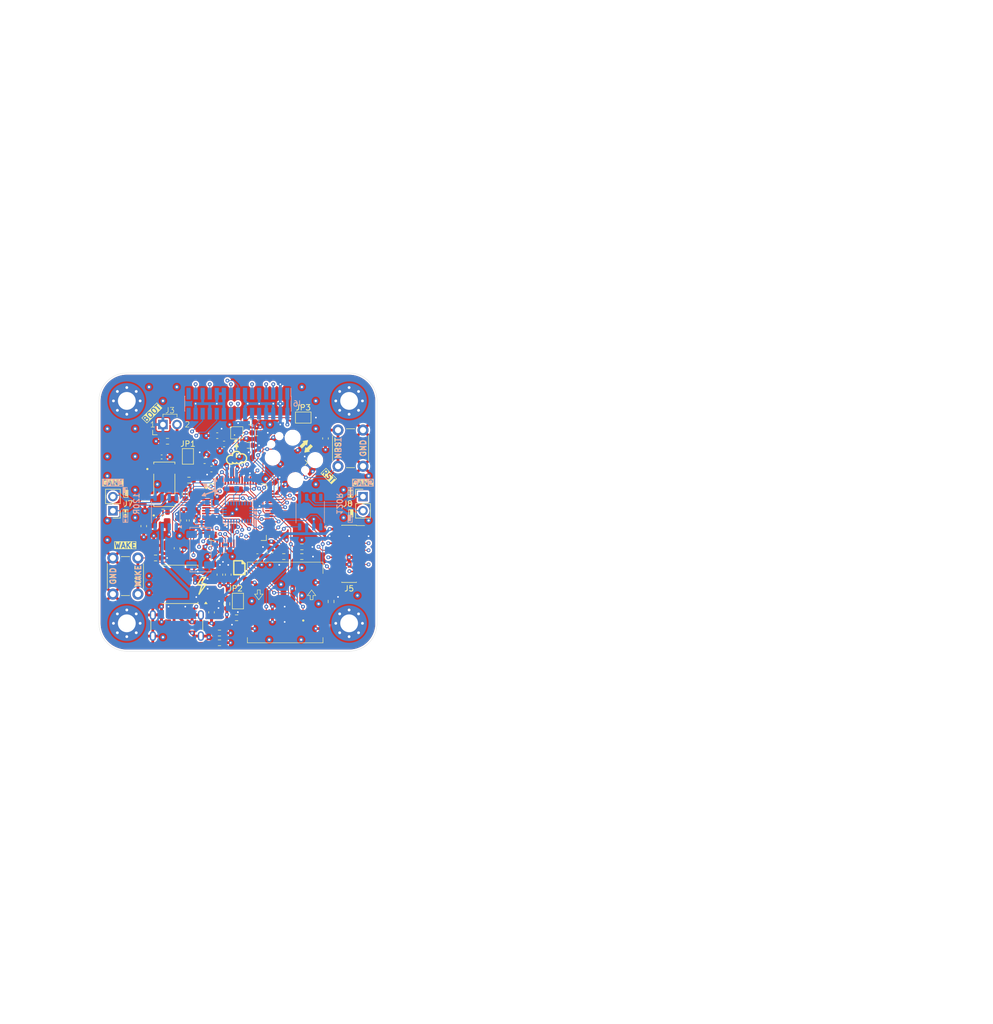
<source format=kicad_pcb>
(kicad_pcb (version 20240108) (generator "pcbnew") (generator_version "8.0")
  (title_block (title "Nerve PCB") (rev "0.1.0-alpha"))
  (layers (0 "F.Cu" mixed) (1 "In1.Cu" power) (2 "In2.Cu" signal) (3 "In3.Cu" power) (4 "In4.Cu" power) (31 "B.Cu" mixed) (34 "B.Paste" user) (35 "F.Paste" user) (36 "B.SilkS" user "B.Silkscreen") (37 "F.SilkS" user "F.Silkscreen") (38 "B.Mask" user) (39 "F.Mask" user) (44 "Edge.Cuts" user))
  (net 0 "")
  (net 1 "+3.3VBATT")
  (net 2 "GND")
  (net 3 "+3.3VA")
  (net 4 "+5V")
  (net 5 "+3V3")
  (net 6 "/NRST")
  (net 7 "Net-(C12-Pad1)")
  (net 8 "/HSE_OUT")
  (net 9 "Net-(U2-VCAP_1)")
  (net 10 "Net-(C16-Pad1)")
  (net 11 "Net-(C15-Pad1)")
  (net 12 "Net-(C20-Pad1)")
  (net 13 "Net-(U3-CAP)")
  (net 14 "Net-(JP3-A)")
  (net 21 "/SWDIO")
  (net 22 "/SWO")
  (net 23 "/SWCLK")
  (net 25 "Net-(J2-CC1)")
  (net 26 "Net-(J2-CC2)")
  (net 27 "/BOOT0")
  (net 28 "/SDIO_D2")
  (net 29 "/SDIO_D1")
  (net 30 "/SDIO_D3")
  (net 31 "/SDIO_CMD")
  (net 32 "/SDIO_CLK")
  (net 33 "/SDIO_D0")
  (net 34 "/SDIO_DET")
  (net 35 "/PA6")
  (net 36 "/PA4")
  (net 37 "/PA7")
  (net 38 "/PA5")
  (net 39 "/nerve_pcb_can/CAN1+")
  (net 40 "/nerve_pcb_can/CAN1-")
  (net 41 "/nerve_pcb_can/CAN2-")
  (net 42 "/nerve_pcb_can/CAN2+")
  (net 43 "/GPIO_IMU_P0")
  (net 44 "Net-(U2-PA0)")
  (net 45 "/HSE_IN")
  (net 46 "/LSE_IN")
  (net 47 "/LSE_OUT")
  (net 48 "/GPIO_SPI2_CS")
  (net 49 "/GPIO_IMU_RST")
  (net 50 "/I2C1_SDA")
  (net 51 "/I2C1_SCL")
  (net 52 "/TIM1_CH1_PWM")
  (net 53 "/USART1_RTS")
  (net 54 "/SPI2_MISO")
  (net 55 "/CAN1_RX")
  (net 56 "/EXTI0_IMU_INT")
  (net 57 "/PB4")
  (net 58 "/USART2_RX")
  (net 59 "/USART3_TX")
  (net 60 "/CAN2_TX")
  (net 61 "/USART2_TX")
  (net 62 "/USART1_TX")
  (net 63 "/CAN2_RX")
  (net 64 "/GPIO_GPS_RST")
  (net 65 "/SPI2_SCK")
  (net 67 "/PC3")
  (net 68 "/PC1")
  (net 69 "/USART3_RX")
  (net 70 "/SPI2_MOSI")
  (net 71 "/PC2")
  (net 72 "/CAN1_TX")
  (net 73 "/USART1_CTS")
  (net 74 "/USART1_RX")
  (net 75 "/GPIO_RADIO_RST")
  (net 76 "/PB5")
  (net 77 "Net-(U3-BOOTN)")
  (net 78 "Net-(U3-XIN32)")
  (net 79 "Net-(U3-XOUT32{slash}CLKSEL1)")
  (net 80 "Net-(U3-PS1)")
  (net 90 "Net-(C19-Pad1)")
  (footprint "Capacitor_SMD:C_0603_1608Metric" (layer "F.Cu") (at 164.25 91.75 90)
    (property "Reference" "C11" (hide yes))
    (property "Value" "100n")
  )
  (footprint "Connector_PinSocket_1.27mm:PinSocket_2x08_P1.27mm_Vertical_SMD" (layer "F.Cu") (at 168.5 112.5)
    (property "Reference" "J5")
    (property "Value" "2x8")
  )
  (footprint "Capacitor_SMD:C_0603_1608Metric" (layer "F.Cu") (at 154.25 112.25 -90)
    (property "Reference" "C6" (hide yes))
    (property "Value" "100n")
  )
  (footprint "Resistor_SMD:R_0603_1608Metric" (layer "F.Cu") (at 145.175 128.5)
    (property "Reference" "R2" (hide yes))
    (property "Value" "5k1")
  )
  (footprint "Capacitor_SMD:C_0603_1608Metric" (layer "F.Cu") (at 140.25 106.5 90)
    (property "Reference" "C2" (hide yes))
    (property "Value" "10n")
  )
  (footprint "MountingHole:MountingHole_3.2mm_M3_Pad_Via" (layer "F.Cu") (at 168.5 125 135)
    (property "Reference" "H4" (hide yes))
    (property "Value" "M3")
  )
  (footprint "Resistor_SMD:R_0603_1608Metric" (layer "F.Cu") (at 148.25 124)
    (property "Reference" "R4" (hide yes))
    (property "Value" "47k")
  )
  (footprint "tag_connect:tag_connect_tc2050-idc" (layer "F.Cu") (at 157.902962 94.754936 135)
    (property "Reference" "J1" (hide yes))
    (property "Value" "TC2050-IDC")
  )
  (footprint "Jumper:SolderJumper-2_P1.3mm_Open_TrianglePad1.0x1.5mm" (layer "F.Cu") (at 148.5 121 90)
    (property "Reference" "JP2")
    (property "Value" "Open")
  )
  (footprint "Capacitor_SMD:C_0603_1608Metric" (layer "F.Cu") (at 145.025 113 180)
    (property "Reference" "C5" (hide yes))
    (property "Value" "100n")
  )
  (footprint "Inductor_SMD:L_0402_1005Metric" (layer "F.Cu") (at 137.5 106.75 -90)
    (property "Reference" "L1" (hide yes))
    (property "Value" "39n")
  )
  (footprint "bosch:bmp390" (layer "F.Cu") (at 148.2825 90.7375 180)
    (property "Reference" "U4" (hide yes))
    (property "Value" "BMP390")
  )
  (footprint "Capacitor_SMD:C_0603_1608Metric" (layer "F.Cu") (at 142.5 95.75)
    (property "Reference" "C10" (hide yes))
    (property "Value" "100n")
  )
  (footprint "Capacitor_SMD:C_0603_1608Metric" (layer "F.Cu") (at 138.75 106.5 90)
    (property "Reference" "C1" (hide yes))
    (property "Value" "1u")
  )
  (footprint "Jumper:SolderJumper-2_P1.3mm_Open_TrianglePad1.0x1.5mm" (layer "F.Cu") (at 139.5 94.975 -90)
    (property "Reference" "JP1")
    (property "Value" "Open")
  )
  (footprint "common:xtal_abs25-32.768khz-6-t" (layer "F.Cu") (at 135.25 100)
    (property "Reference" "Y2" (hide yes))
    (property "Value" "32k768")
  )
  (footprint "Resistor_SMD:R_0603_1608Metric" (layer "F.Cu") (at 160 111.25 180)
    (property "Reference" "R5" (hide yes))
    (property "Value" "47k")
  )
  (footprint "Capacitor_SMD:C_0603_1608Metric" (layer "F.Cu") (at 145.25 116.25 -90)
    (property "Reference" "C4" (hide yes))
    (property "Value" "2u2")
  )
  (footprint "Resistor_SMD:R_0603_1608Metric" (layer "F.Cu") (at 133.675 113.25 180)
    (property "Reference" "R3" (hide yes))
    (property "Value" "10k")
  )
  (footprint "Capacitor_SMD:C_0603_1608Metric" (layer "F.Cu") (at 155.701992 100.201992 -45)
    (property "Reference" "C7" (hide yes))
    (property "Value" "100n")
  )
  (footprint "Resistor_SMD:R_0603_1608Metric" (layer "F.Cu") (at 135 105 180)
    (property "Reference" "R11" (hide yes))
    (property "Value" "0R")
  )
  (footprint "Capacitor_SMD:C_0402_1005Metric" (layer "F.Cu") (at 131.75 103.02 -90)
    (property "Reference" "C16" (hide yes))
    (property "Value" "1p5")
  )
  (footprint "Resistor_SMD:R_0603_1608Metric" (layer "F.Cu") (at 150.675 88.75)
    (property "Reference" "R23" (hide yes))
    (property "Value" "10k")
  )
  (footprint "Capacitor_SMD:C_0402_1005Metric" (layer "F.Cu") (at 134.77 95.075)
    (property "Reference" "C15" (hide yes))
    (property "Value" "1p5")
  )
  (footprint "Jumper:SolderJumper-2_P1.3mm_Open_TrianglePad1.0x1.5mm" (layer "F.Cu") (at 160.25 88)
    (property "Reference" "JP3")
    (property "Value" "Open")
  )
  (footprint "Resistor_SMD:R_0603_1608Metric" (layer "F.Cu") (at 151.825 90.7375 180)
    (property "Reference" "R21" (hide yes))
    (property "Value" "10k")
  )
  (footprint "Connector_PinHeader_2.54mm:PinHeader_1x02_P2.54mm_Vertical" (layer "F.Cu") (at 126 104.75 180)
    (property "Reference" "J7")
    (property "Value" "CAN1")
  )
  (footprint "Package_QFP:LQFP-64_10x10mm_P0.5mm" (layer "F.Cu") (at 148.5 105)
    (property "Reference" "U2" (hide yes))
    (property "Value" "STM32F446RET")
  )
  (footprint "Capacitor_SMD:C_0603_1608Metric" (layer "F.Cu") (at 143.725 97.25)
    (property "Reference" "C8" (hide yes))
    (property "Value" "100n")
  )
  (footprint "Capacitor_SMD:C_0603_1608Metric" (layer "F.Cu") (at 137.55 111.5 -90)
    (property "Reference" "C13" (hide yes))
    (property "Value" "20p")
  )
  (footprint "Resistor_SMD:R_0603_1608Metric" (layer "F.Cu") (at 150.375413 93 180)
    (property "Reference" "R22" (hide yes))
    (property "Value" "10k")
  )
  (footprint "Button_Switch_THT:SW_PUSH_6mm" (layer "F.Cu") (at 171 90.25 -90)
    (property "Reference" "SW1" (hide yes))
    (property "Value" "SPST")
  )
  (footprint "Capacitor_SMD:C_0603_1608Metric" (layer "F.Cu") (at 131.55 107.52 -90)
    (property "Reference" "C12" (hide yes))
    (property "Value" "20p")
  )
  (footprint "common:to-252-2_dpak-2-leg" (layer "F.Cu") (at 138 118 180)
    (property "Reference" "U1" (hide yes))
    (property "Value" "ld39150dt33-r")
  )
  (footprint "Capacitor_SMD:C_0603_1608Metric" (layer "F.Cu") (at 152 113)
    (property "Reference" "C14" (hide yes))
    (property "Value" "2u2")
  )
  (footprint "Resistor_SMD:R_0603_1608Metric" (layer "F.Cu") (at 145.175 126.75)
    (property "Reference" "R1" (hide yes))
    (property "Value" "5k1")
  )
  (footprint "Button_Switch_THT:SW_PUSH_6mm" (layer "F.Cu") (at 130.5 113.25 -90)
    (property "Reference" "SW2" (hide yes))
    (property "Value" "SPST")
  )
  (footprint "common:xtal_abm3b-8.000mhz-10-1-u-t" (layer "F.Cu") (at 134.55 109 -90)
    (property "Reference" "Y1" (hide yes))
    (property "Value" "8M")
  )
  (footprint "MountingHole:MountingHole_3.2mm_M3_Pad_Via" (layer "F.Cu") (at 128.5 85 -45)
    (property "Reference" "H1" (hide yes))
    (property "Value" "M3")
  )
  (footprint "Resistor_SMD:R_0603_1608Metric" (layer "F.Cu") (at 165.25 121.075 -90)
    (property "Reference" "R8" (hide yes))
    (property "Value" "47k")
  )
  (footprint "Capacitor_SMD:C_0603_1608Metric" (layer "F.Cu") (at 146.75 116.25 -90)
    (property "Reference" "C9" (hide yes))
    (property "Value" "4u7")
  )
  (footprint "MountingHole:MountingHole_3.2mm_M3_Pad_Via" (layer "F.Cu") (at 168.5 85 45)
    (property "Reference" "H2" (hide yes))
    (property "Value" "M3")
  )
  (footprint "common:molex_472192001_microsd_hinge" (layer "F.Cu") (at 157 121.25)
    (property "Reference" "J4" (hide yes))
    (property "Value" "472192001")
  )
  (footprint "common:harwin_2p_2-54_jumper_open" (layer "F.Cu") (at 136.27 89.25)
    (property "Reference" "J3")
    (property "Value" "~")
  )
  (footprint "MountingHole:MountingHole_3.2mm_M3_Pad_Via" (layer "F.Cu") (at 128.5 125 -135)
    (property "Reference" "H3" (hide yes))
    (property "Value" "M3")
  )
  (footprint "Capacitor_SMD:C_0603_1608Metric" (layer "F.Cu") (at 144.775 91.25 180)
    (property "Reference" "C17" (hide yes))
    (property "Value" "100n")
  )
  (footprint "Resistor_SMD:R_0603_1608Metric" (layer "F.Cu") (at 156.75 113)
    (property "Reference" "R6" (hide yes))
    (property "Value" "47k")
  )
  (footprint "Resistor_SMD:R_0603_1608Metric" (layer "F.Cu") (at 139 101.75 90)
    (property "Reference" "R13" (hide yes))
    (property "Value" "0R")
  )
  (footprint "Connector_PinHeader_2.54mm:PinHeader_1x02_P2.54mm_Vertical" (layer "F.Cu") (at 171 102.21)
    (property "Reference" "J8")
    (property "Value" "CAN2")
  )
  (footprint "Capacitor_SMD:C_0603_1608Metric" (layer "F.Cu") (at 143.75 123.025 -90)
    (property "Reference" "C3" (hide yes))
    (property "Value" "1u")
  )
  (footprint "common:molex_2171750001_usb_c_6p" (layer "F.Cu") (at 137.5 126.5)
    (property "Reference" "J2" (hide yes))
    (property "Value" "2171750001")
  )
  (footprint "Resistor_SMD:R_0603_1608Metric" (layer "F.Cu") (at 146.5 121.5 -90)
    (property "Reference" "R10" (hide yes))
    (property "Value" "10k")
  )
  (footprint "Resistor_SMD:R_0603_1608Metric" (layer "F.Cu") (at 135.825 92.25)
    (property "Reference" "R9" (hide yes))
    (property "Value" "10k")
  )
  (footprint "Capacitor_SMD:C_0603_1608Metric" (layer "F.Cu") (at 146 92.75 180)
    (property "Reference" "C18" (hide yes))
    (property "Value" "100n")
  )
  (footprint "Resistor_SMD:R_0603_1608Metric" (layer "F.Cu") (at 139.675 99.25 180)
    (property "Reference" "R12" (hide yes))
    (property "Value" "0R")
  )
  (footprint "Resistor_SMD:R_0603_1608Metric" (layer "F.Cu") (at 159.99 113 180)
    (property "Reference" "R7" (hide yes))
    (property "Value" "47k")
  )
  (footprint "Capacitor_SMD:C_0402_1005Metric" (layer "B.Cu") (at 141.48 106.75 180)
    (property "Reference" "C19" (hide yes))
    (property "Value" "1p5")
  )
  (footprint "Resistor_SMD:R_0603_1608Metric" (layer "B.Cu") (at 128.5 103.5 90)
    (property "Reference" "R24" (hide yes))
    (property "Value" "120R")
  )
  (footprint "common:xtal_abs25-32.768khz-6-t" (layer "B.Cu") (at 141.75 111.75 180)
    (property "Reference" "Y3" (hide yes))
    (property "Value" "32k768")
  )
  (footprint "Connector_PinSocket_1.27mm:PinSocket_2x15_P1.27mm_Vertical_SMD" (layer "B.Cu") (at 148.5 85.5 90)
    (property "Reference" "J6")
    (property "Value" "2x15")
  )
  (footprint "Resistor_SMD:R_0603_1608Metric" (layer "B.Cu") (at 168.5 103.5 -90)
    (property "Reference" "R25" (hide yes))
    (property "Value" "120R")
  )
  (footprint "Resistor_SMD:R_0603_1608Metric" (layer "B.Cu") (at 146.5 100 90)
    (property "Reference" "R17" (hide yes))
    (property "Value" "10k")
  )
  (footprint "Resistor_SMD:R_0603_1608Metric" (layer "B.Cu") (at 153.75 104.75 -90)
    (property "Reference" "R14" (hide yes))
    (property "Value" "10k")
  )
  (footprint "Resistor_SMD:R_0603_1608Metric" (layer "B.Cu") (at 146.25 110 180)
    (property "Reference" "R18" (hide yes))
    (property "Value" "0R")
  )
  (footprint "nxp:sot96-1_soic-8" (layer "B.Cu") (at 161.5 105 90)
    (property "Reference" "U6" (hide yes))
    (property "Value" "TJA1051T/3")
  )
  (footprint "ceva:bno085" (layer "B.Cu") (at 148.5 105 -90)
    (property "Reference" "U3" (hide yes))
    (property "Value" "BNO085")
  )
  (footprint "Capacitor_SMD:C_0402_1005Metric" (layer "B.Cu") (at 141.27 116.75 180)
    (property "Reference" "C20" (hide yes))
    (property "Value" "1p5")
  )
  (footprint "Resistor_SMD:R_0603_1608Metric" (layer "B.Cu") (at 143.825 104.75)
    (property "Reference" "R16" (hide yes))
    (property "Value" "10k")
  )
  (footprint "Resistor_SMD:R_0603_1608Metric" (layer "B.Cu") (at 143.825 103.25 180)
    (property "Reference" "R20" (hide yes))
    (property "Value" "10k")
  )
  (footprint "Capacitor_SMD:C_0603_1608Metric" (layer "B.Cu") (at 148.25 100 90)
    (property "Reference" "C21" (hide yes))
    (property "Value" "100n")
  )
  (footprint "Resistor_SMD:R_0603_1608Metric" (layer "B.Cu") (at 146.25 111.75 180)
    (property "Reference" "R19" (hide yes))
    (property "Value" "0R")
  )
  (footprint "Resistor_SMD:R_0603_1608Metric" (layer "B.Cu") (at 150 100 -90)
    (property "Reference" "R15" (hide yes))
    (property "Value" "10k")
  )
  (footprint "nxp:sot96-1_soic-8" (layer "B.Cu") (at 135.5 105 90)
    (property "Reference" "U5" (hide yes))
    (property "Value" "TJA1051T/3")
  )
  (gr_line (start 142.666514 102.072935) (end 142.111162 102.009021) (stroke (width 0.25)) (layer "B.SilkS"))
  (gr_line (start 142.625548 100.441504) (end 142.317537 99.974998) (stroke (width 0.25)) (layer "B.SilkS"))
  (gr_line (start 144.388838 102.040978) (end 144.388838 98.939186) (stroke (width 0.25)) (layer "B.SilkS"))
  (gr_line (start 145.388838 100.790978) (end 142.111162 102.009021) (stroke (width 0.25)) (layer "B.SilkS"))
  (gr_line (start 144.138838 99.439186) (end 144.388838 98.939186) (stroke (width 0.25)) (layer "B.SilkS"))
  (gr_line (start 145.198142 101.7) (end 142.317537 99.974998) (stroke (width 0.25)) (layer "B.SilkS"))
  (gr_line (start 144.638838 99.439186) (end 144.388838 98.939186) (stroke (width 0.25)) (layer "B.SilkS"))
  (gr_line (start 142.87555 100.008493) (end 142.317537 99.974998) (stroke (width 0.25)) (layer "B.SilkS"))
  (gr_line (start 142.495504 101.603088) (end 142.111162 102.009021) (stroke (width 0.25)) (layer "B.SilkS"))
  (gr_line (start 149.25 113.75) (end 149.75 114.25) (stroke (width 0.25)) (layer "F.SilkS"))
  (gr_line (start 142 117.75) (end 142.5 116.75) (stroke (width 0.25)) (layer "F.SilkS"))
  (gr_line (start 149.75 116.25) (end 149.75 114.25) (stroke (width 0.25)) (layer "F.SilkS"))
  (gr_line (start 141.5 119.75) (end 142.75 118) (stroke (width 0.25)) (layer "F.SilkS"))
  (gr_line (start 142.5 116.75) (end 142 116.75) (stroke (width 0.25)) (layer "F.SilkS"))
  (gr_poly (pts (xy 160 93.5) (xy 160.707107 92.792893) (xy 160.883883 92.96967) (xy 161.06066 92.085786) (xy 160.176777 92.262563) (xy 160.353553 92.43934) (xy 159.646446 93.146446)) (stroke (width 0.1)) (fill solid) (layer "F.SilkS"))
  (gr_arc (start 147.500001 94.817181) (mid 148.129863 94.076865) (end 148.961513 94.58001) (stroke (width 0.25)) (layer "F.SilkS"))
  (gr_line (start 148.250003 92.74774) (end 148.250003 93.682819) (stroke (width 0.25)) (layer "F.SilkS"))
  (gr_line (start 149.25 114.25) (end 149.25 113.75) (stroke (width 0.25)) (layer "F.SilkS"))
  (gr_line (start 149.75 116.25) (end 147.75 116.25) (stroke (width 0.25)) (layer "F.SilkS"))
  (gr_line (start 149.25 114) (end 149.5 114.25) (stroke (width 0.25)) (layer "F.SilkS"))
  (gr_line (start 141.25 118) (end 142 118.25) (stroke (width 0.25)) (layer "F.SilkS"))
  (gr_arc (start 149.25 96.10879) (mid 148.735286 96.30415) (end 148.228781 96.088401) (stroke (width 0.25)) (layer "F.SilkS"))
  (gr_line (start 149.25 114.25) (end 149.75 114.25) (stroke (width 0.25)) (layer "F.SilkS"))
  (gr_line (start 142 116.75) (end 141.25 118) (stroke (width 0.25)) (layer "F.SilkS"))
  (gr_line (start 148.25 95.134362) (end 148.25 94.5) (stroke (width 0.25)) (layer "F.SilkS"))
  (gr_line (start 148.250003 92.74774) (end 148.500003 93.24774) (stroke (width 0.25)) (layer "F.SilkS"))
  (gr_line (start 148.250003 92.74774) (end 148.000003 93.24774) (stroke (width 0.25)) (layer "F.SilkS"))
  (gr_arc (start 147.68853 96.224974) (mid 146.466425 95.672115) (end 147.500001 94.817181) (stroke (width 0.25)) (layer "F.SilkS"))
  (gr_poly (pts (xy 161.56066 92.835786) (xy 160.853553 93.542893) (xy 160.676777 93.366116) (xy 160.5 94.25) (xy 161.383883 94.073223) (xy 161.207107 93.896446) (xy 161.914214 93.18934)) (stroke (width 0.1)) (fill solid) (layer "F.SilkS"))
  (gr_arc (start 148.342413 96.182819) (mid 147.901148 96.264666) (end 147.500003 96.063428) (stroke (width 0.25)) (layer "F.SilkS"))
  (gr_line (start 142 118.25) (end 141.5 119.75) (stroke (width 0.25)) (layer "F.SilkS"))
  (gr_line (start 142.75 118) (end 142 117.75) (stroke (width 0.25)) (layer "F.SilkS"))
  (gr_arc (start 148.961513 94.58001) (mid 150.027881 95.170391) (end 149.250001 96.108791) (stroke (width 0.25)) (layer "F.SilkS"))
  (gr_line (start 147.75 116.25) (end 147.75 113.75) (stroke (width 0.25)) (layer "F.SilkS"))
  (gr_line (start 149.25 113.75) (end 147.75 113.75) (stroke (width 0.25)) (layer "F.SilkS"))
  (gr_line (start 123.5 85) (end 123.5 125) (stroke (width 0.05)) (layer "Edge.Cuts"))
  (gr_arc (start 168.5 80) (mid 172.035534 81.464466) (end 173.5 85) (stroke (width 0.05)) (layer "Edge.Cuts"))
  (gr_line (start 173.5 85) (end 173.5 125) (stroke (width 0.05)) (layer "Edge.Cuts"))
  (gr_arc (start 173.5 125) (mid 172.035534 128.535534) (end 168.5 130) (stroke (width 0.05)) (layer "Edge.Cuts"))
  (gr_arc (start 128.5 130) (mid 124.964466 128.535534) (end 123.5 125) (stroke (width 0.05)) (layer "Edge.Cuts"))
  (gr_line (start 128.5 80) (end 168.5 80) (stroke (width 0.05)) (layer "Edge.Cuts"))
  (gr_arc (start 123.5 85) (mid 124.964466 81.464466) (end 128.5 80) (stroke (width 0.05)) (layer "Edge.Cuts"))
  (gr_line (start 128.5 130) (end 168.5 130) (stroke (width 0.05)) (layer "Edge.Cuts"))
  (gr_text "L" (at 168.75 106.25 0) (layer "B.SilkS" knockout) (effects (font (size 1 1) (thickness 0.1875)) (justify mirror)))
  (gr_text "120R" (at 130.25 103.5 90) (layer "B.SilkS") (effects (font (size 1 1) (thickness 0.1875)) (justify mirror)))
  (gr_text "CAN1" (at 126 99.75 0) (layer "B.SilkS" knockout) (effects (font (size 1 1) (thickness 0.1875)) (justify mirror)))
  (gr_text "H" (at 128.25 106.25 0) (layer "B.SilkS" knockout) (effects (font (size 1 1) (thickness 0.1875)) (justify mirror)))
  (gr_text "GND" (at 126 116.5 -90) (layer "B.SilkS") (effects (font (size 1 1) (thickness 0.1875)) (justify mirror)))
  (gr_text "L" (at 128.25 101.25 0) (layer "B.SilkS" knockout) (effects (font (size 1 1) (thickness 0.1875)) (justify mirror)))
  (gr_text "NRST" (at 166.5 93.5 -90) (layer "B.SilkS") (effects (font (size 1 1) (thickness 0.1875)) (justify mirror)))
  (gr_text "WAKE" (at 130.5 116.5 -90) (layer "B.SilkS") (effects (font (size 1 1) (thickness 0.1875)) (justify mirror)))
  (gr_text "H" (at 168.75 101.25 0) (layer "B.SilkS" knockout) (effects (font (size 1 1) (thickness 0.1875)) (justify mirror)))
  (gr_text "120R" (at 166.75 103.5 -90) (layer "B.SilkS") (effects (font (size 1 1) (thickness 0.1875)) (justify mirror)))
  (gr_text "CAN2" (at 171 99.75 0) (layer "B.SilkS" knockout) (effects (font (size 1 1) (thickness 0.1875)) (justify mirror)))
  (gr_text "GND" (at 171 93.5 -90) (layer "B.SilkS") (effects (font (size 1 1) (thickness 0.1875)) (justify mirror)))
  (gr_text "H" (at 128.25 105.25 0) (layer "F.SilkS" knockout) (effects (font (size 1 1) (thickness 0.1875))))
  (gr_text "NRST" (at 166.499999 93.5 90) (layer "F.SilkS") (effects (font (size 1 1) (thickness 0.1875))))
  (gr_text "BOOT" (at 133 87.25 45) (layer "F.SilkS" knockout) (effects (font (size 1 1) (thickness 0.1875))))
  (gr_text "H" (at 168.75 101.75 0) (layer "F.SilkS" knockout) (effects (font (size 1 1) (thickness 0.1875))))
  (gr_text "L" (at 128.25 101.75 0) (layer "F.SilkS" knockout) (effects (font (size 1 1) (thickness 0.1875))))
  (gr_text "L" (at 168.75 105.25 0) (layer "F.SilkS" knockout) (effects (font (size 1 1) (thickness 0.1875))))
  (gr_text "WAKE" (at 128.25 111 0) (layer "F.SilkS" knockout) (effects (font (size 1 1) (thickness 0.1875))))
  (gr_text "GND" (at 171 93.5 90) (layer "F.SilkS") (effects (font (size 1 1) (thickness 0.1875))))
  (gr_text "CAN1" (at 126 99.75 0) (layer "F.SilkS" knockout) (effects (font (size 1 1) (thickness 0.1875))))
  (gr_text "GND" (at 126 116.5 90) (layer "F.SilkS") (effects (font (size 1 1) (thickness 0.1875))))
  (gr_text "CAN2" (at 171 99.75 0) (layer "F.SilkS" knockout) (effects (font (size 1 1) (thickness 0.1875))))
  (gr_text "WAKE" (at 130.500001 116.5 90) (layer "F.SilkS") (effects (font (size 1 1) (thickness 0.1875))))
  (gr_text "RST" (at 164.75 98.5 -45) (layer "F.SilkS" knockout) (effects (font (size 1 1) (thickness 0.1875))))
  (segment (start 142.825 101.25) (end 142.825 100.7875) (width 0.3) (layer "F.Cu") (net 1))
  (segment (start 141.725 95.75) (end 139.55 95.75) (width 0.3) (layer "F.Cu") (net 1))
  (segment (start 168.6 115.675) (end 170.3 115.675) (width 0.3) (layer "F.Cu") (net 1))
  (segment (start 145.25 101.25) (end 142.825 101.25) (width 0.3) (layer "F.Cu") (net 1))
  (segment (start 142.825 100.7875) (end 141.725 99.6875) (width 0.3) (layer "F.Cu") (net 1))
  (segment (start 168.55 115.625) (end 168.6 115.675) (width 0.3) (layer "F.Cu") (net 1))
  (segment (start 141.725 99.6875) (end 141.725 95.75) (width 0.3) (layer "F.Cu") (net 1))
  (segment (start 139.55 95.75) (end 139.5 95.7) (width 0.3) (layer "F.Cu") (net 1))
  (via (at 168.55 115.625) (size 0.7) (drill 0.3) (layers "F.Cu" "B.Cu") (net 1))
  (via (at 145.25 101.25) (size 0.7) (drill 0.3) (layers "F.Cu" "B.Cu") (net 1))
  (segment (start 132.525 119.525) (end 135.065 119.525) (width 0.5) (layer "F.Cu") (net 2))
  (segment (start 152.4625 89.7125) (end 151.5 88.75) (width 0.5) (layer "F.Cu") (net 2))
  (segment (start 142.875 94.625) (end 143.275 95.025) (width 0.5) (layer "F.Cu") (net 2))
  (segment (start 145.25 99.325) (end 145.25 98.5) (width 0.15) (layer "F.Cu") (net 2))
  (segment (start 154.175 101.75) (end 155.25 101.75) (width 0.15) (layer "F.Cu") (net 2))
  (segment (start 141.451778 105.725) (end 140.25 105.725) (width 0.5) (layer "F.Cu") (net 2))
  (segment (start 147.52 90.7375) (end 147.52 90.2375) (width 0.15) (layer "F.Cu") (net 2))
  (segment (start 147 89.25) (end 147.52 89.77) (width 0.15) (layer "F.Cu") (net 2))
  (segment (start 151.5 117.65) (end 150.125 117.65) (width 0.5) (layer "F.Cu") (net 2))
  (segment (start 158.802073 93.855825) (end 158.351975 94.305923) (width 0.3) (layer "F.Cu") (net 2))
  (segment (start 145.25 112) (end 144.25 113) (width 0.15) (layer "F.Cu") (net 2))
  (segment (start 164.25 93.775) (end 164.25 92.525) (width 0.5) (layer "F.Cu") (net 2))
  (segment (start 140.25 124.75) (end 140.25 123.42) (width 0.5) (layer "F.Cu") (net 2))
  (segment (start 143.005 113) (end 144.25 113) (width 0.5) (layer "F.Cu") (net 2))
  (segment (start 157.025 100) (end 156.275 100.75) (width 0.5) (layer "F.Cu") (net 2))
  (segment (start 162.5 125.95) (end 163.875 125.95) (width 0.5) (layer "F.Cu") (net 2))
  (segment (start 136.25 95.075) (end 135.25 95.075) (width 0.3) (layer "F.Cu") (net 2))
  (segment (start 141.275 106.75) (end 140.25 105.725) (width 0.15) (layer "F.Cu") (net 2))
  (segment (start 143.75 125) (end 143.75 123.8) (width 0.5) (layer "F.Cu") (net 2))
  (segment (start 132.5 116.475) (end 135.065 116.475) (width 0.5) (layer "F.Cu") (net 2))
  (segment (start 131.55 109.5) (end 131.55 108.295) (width 0.5) (layer "F.Cu") (net 2))
  (segment (start 154.25 114.5) (end 154.25 113.025) (width 0.5) (layer "F.Cu") (net 2))
  (segment (start 142.775 91.25) (end 144 91.25) (width 0.5) (layer "F.Cu") (net 2))
  (segment (start 135.75 108.625) (end 135.75 107) (width 0.5) (layer "F.Cu") (net 2))
  (segment (start 141 122) (end 140.25 122.75) (width 0.5) (layer "F.Cu") (net 2))
  (segment (start 133.75 92.25) (end 135 92.25) (width 0.5) (layer "F.Cu") (net 2))
  (segment (start 138.75 105.725) (end 140.25 105.725) (width 0.5) (layer "F.Cu") (net 2))
  (segment (start 151.75 110.675) (end 151.75 111.975) (width 0.15) (layer "F.Cu") (net 2))
  (segment (start 142.825 106.75) (end 141.275 106.75) (width 0.15) (layer "F.Cu") (net 2))
  (segment (start 138.808058 111.808058) (end 138.341116 112.275) (width 0.5) (layer "F.Cu") (net 2))
  (segment (start 132.5 118) (end 136.74 118) (width 0.5) (layer "F.Cu") (net 2))
  (segment (start 146.5 123.425) (end 146.5 122.325) (width 0.5) (layer "F.Cu") (net 2))
  (segment (start 156.275 100.75) (end 156.25 100.75) (width 0.5) (layer "F.Cu") (net 2))
  (segment (start 138.341116 112.275) (end 137.55 112.275) (width 0.5) (layer "F.Cu") (net 2))
  (segment (start 144.5 97.25) (end 144.5 96) (width 0.5) (layer "F.Cu") (net 2))
  (segment (start 154.705 124.75) (end 154.705 123.35) (width 0.5) (layer "F.Cu") (net 2))
  (segment (start 147.175 126.75) (end 146 126.75) (width 0.5) (layer "F.Cu") (net 2))
  (segment (start 145.25 93.025) (end 145.225 93) (width 0.5) (layer "F.Cu") (net 2))
  (segment (start 144.245 97.29) (end 144.205 97.25) (width 0.15) (layer "F.Cu") (net 2))
  (segment (start 168.5 114.405) (end 168.5 113.135) (width 0.5) (layer "F.Cu") (net 2))
  (segment (start 155.25 101.75) (end 156.25 100.75) (width 0.15) (layer "F.Cu") (net 2))
  (segment (start 133.35 111) (end 133.35 109.25) (width 0.5) (layer "F.Cu") (net 2))
  (segment (start 152.775 114.475) (end 152.775 113) (width 0.5) (layer "F.Cu") (net 2))
  (segment (start 140.25 122.75) (end 140.25 123.42) (width 0.5) (layer "F.Cu") (net 2))
  (segment (start 159.25 93.855825) (end 158.802073 93.855825) (width 0.3) (layer "F.Cu") (net 2))
  (segment (start 149.5575 91.75) (end 149.045 91.2375) (width 0.15) (layer "F.Cu") (net 2))
  (segment (start 138.75 105.725) (end 138.75 104.5) (width 0.5) (layer "F.Cu") (net 2))
  (segment (start 146 128.5) (end 147.175 128.5) (width 0.5) (layer "F.Cu") (net 2))
  (segment (start 168.5 114.405) (end 166.7 114.405) (width 0.5) (layer "F.Cu") (net 2))
  (segment (start 134.75 122) (end 134.75 123.42) (width 0.5) (layer "F.Cu") (net 2))
  (segment (start 131.75 104.75) (end 131.75 103.5) (width 0.3) (layer "F.Cu") (net 2))
  (segment (start 151.75 111.975) (end 152.775 113) (width 0.15) (layer "F.Cu") (net 2))
  (segment (start 144.5 97.75) (end 144.5 97.25) (width 0.15) (layer "F.Cu") (net 2))
  (segment (start 134.75 124.75) (end 134.75 123.42) (width 0.5) (layer "F.Cu") (net 2))
  (segment (start 145.25 118.23) (end 145.25 117.025) (width 0.5) (layer "F.Cu") (net 2))
  (segment (start 168.5 113.135) (end 170.3 113.135) (width 0.5) (layer "F.Cu") (net 2))
  (segment (start 146.75 118.23) (end 146.75 117.025) (width 0.5) (layer "F.Cu") (net 2))
  (segment (start 145.25 110.675) (end 145.25 112) (width 0.15) (layer "F.Cu") (net 2))
  (segment (start 145.25 98.5) (end 144.5 97.75) (width 0.15) (layer "F.Cu") (net 2))
  (segment (start 136.125 109) (end 135.75 108.625) (width 0.5) (layer "F.Cu") (net 2))
  (segment (start 162.5 117.65) (end 163.875 117.65) (width 0.5) (layer "F.Cu") (net 2))
  (segment (start 154.850434 91.591507) (end 155.768799 92.509872) (width 0.3) (layer "F.Cu") (net 2))
  (segment (start 155.768799 92.509872) (end 156.555924 92.509872) (width 0.3) (layer "F.Cu") (net 2))
  (segment (start 152.5 89.7125) (end 152.4625 89.7125) (width 0.5) (layer "F.Cu") (net 2))
  (segment (start 147.52 89.77) (end 147.52 90.2375) (width 0.15) (layer "F.Cu") (net 2))
  (segment (start 151.5 125.95) (end 150.125 125.95) (width 0.5) (layer "F.Cu") (net 2))
  (segment (start 150 91.75) (end 149.5575 91.75) (width 0.15) (layer "F.Cu") (net 2))
  (segment (start 145.25 94) (end 145.25 92.775) (width 0.5) (layer "F.Cu") (net 2))
  (segment (start 154.705 123.35) (end 154.705 122) (width 0.5) (layer "F.Cu") (net 2))
  (segment (start 143.275 95.025) (end 143.275 95.75) (width 0.5) (layer "F.Cu") (net 2))
  (segment (start 146.75 117.025) (end 145.25 117.025) (width 0.5) (layer "F.Cu") (net 2))
  (via (at 154.25 89.25) (size 0.9) (drill 0.4) (layers "F.Cu" "B.Cu") (net 2))
  (via (at 167.5 101) (size 0.9) (drill 0.4) (layers "F.Cu" "B.Cu") (net 2))
  (via (at 170 120) (size 0.9) (drill 0.4) (layers "F.Cu" "B.Cu") (net 2))
  (via (at 162.5 117.65) (size 0.7) (drill 0.3) (layers "F.Cu" "B.Cu") (net 2))
  (via (at 130 90) (size 0.9) (drill 0.4) (layers "F.Cu" "B.Cu") (net 2))
  (via (at 140.79 117.71) (size 0.7) (drill 0.3) (layers "F.Cu" "B.Cu") (net 2))
  (via (at 132.5 82.5) (size 0.9) (drill 0.4) (layers "F.Cu" "B.Cu") (net 2))
  (via (at 162.5 90) (size 0.9) (drill 0.4) (layers "F.Cu" "B.Cu") (net 2))
  (via (at 147.5 113) (size 0.7) (drill 0.3) (layers "F.Cu" "B.Cu") (net 2))
  (via (at 159.25 93.855825) (size 0.7) (drill 0.3) (layers "F.Cu" "B.Cu") (net 2))
  (via (at 160 120) (size 0.9) (drill 0.4) (layers "F.Cu" "B.Cu") (net 2))
  (via (at 142.775 91.25) (size 0.7) (drill 0.3) (layers "F.Cu" "B.Cu") (net 2))
  (via (at 151 121) (size 0.9) (drill 0.4) (layers "F.Cu" "B.Cu") (net 2))
  (via (at 172 98.5) (size 0.9) (drill 0.4) (layers "F.Cu" "B.Cu") (net 2))
  (via (at 160 115) (size 0.9) (drill 0.4) (layers "F.Cu" "B.Cu") (net 2))
  (via (at 148.75 95) (size 0.7) (drill 0.3) (layers "F.Cu" "B.Cu") (net 2))
  (via (at 161.933058 97.683058) (size 0.7) (drill 0.3) (layers "F.Cu" "B.Cu") (net 2))
  (via (at 133.75 92.25) (size 0.7) (drill 0.3) (layers "F.Cu" "B.Cu") (net 2))
  (via (at 168.5 114.405) (size 0.7) (drill 0.3) (layers "F.Cu" "B.Cu") (net 2))
  (via (at 144.75 102.225) (size 0.7) (drill 0.3) (layers "F.Cu" "B.Cu") (net 2))
  (via (at 168.5 113.135) (size 0.7) (drill 0.3) (layers "F.Cu" "B.Cu") (net 2))
  (via (at 125 106.5) (size 0.9) (drill 0.4) (layers "F.Cu" "B.Cu") (net 2))
  (via (at 160 82.5) (size 0.9) (drill 0.4) (layers "F.Cu" "B.Cu") (net 2))
  (via (at 152.31 85.5) (size 0.7) (drill 0.3) (layers "F.Cu" "B.Cu") (net 2))
  (via (at 154.125 127.95) (size 0.9) (drill 0.4) (layers "F.Cu" "B.Cu") (net 2))
  (via (at 147 89.25) (size 0.7) (drill 0.3) (layers "F.Cu" "B.Cu") (net 2))
  (via (at 154.85 85.5) (size 0.7) (drill 0.3) (layers "F.Cu" "B.Cu") (net 2))
  (via (at 140.25 124.75) (size 0.7) (drill 0.3) (layers "F.Cu" "B.Cu") (net 2))
  (via (at 152.5 89.7125) (size 0.7) (drill 0.3) (layers "F.Cu" "B.Cu") (net 2))
  (via (at 138 109.25) (size 0.9) (drill 0.4) (layers "F.Cu" "B.Cu") (net 2))
  (via (at 145.25 94) (size 0.7) (drill 0.3) (layers "F.Cu" "B.Cu") (net 2))
  (via (at 135 127.5) (size 0.9) (drill 0.4) (layers "F.Cu" "B.Cu") (net 2))
  (via (at 125 95) (size 0.9) (drill 0.4) (layers "F.Cu" "B.Cu") (net 2))
  (via (at 148.25 104.5) (size 0.7) (drill 0.3) (layers "F.Cu" "B.Cu") (net 2))
  (via (at 136.125 109) (size 0.7) (drill 0.3) (layers "F.Cu" "B.Cu") (net 2))
  (via (at 125 90) (size 0.9) (drill 0.4) (layers "F.Cu" "B.Cu") (net 2))
  (via (at 148.375 97.25) (size 0.7) (drill 0.3) (layers "F.Cu" "B.Cu") (net 2))
  (via (at 138.808058 111.808058) (size 0.7) (drill 0.3) (layers "F.Cu" "B.Cu") (net 2))
  (via (at 151.5 125.95) (size 0.7) (drill 0.3) (layers "F.Cu" "B.Cu") (net 2))
  (via (at 138.75 104.5) (size 0.7) (drill 0.3) (layers "F.Cu" "B.Cu") (net 2))
  (via (at 141.451778 105.725) (size 0.7) (drill 0.3) (layers "F.Cu" "B.Cu") (net 2))
  (via (at 154.705 122) (size 0.7) (drill 0.3) (layers "F.Cu" "B.Cu") (net 2))
  (via (at 157.25 110) (size 0.7) (drill 0.3) (layers "F.Cu" "B.Cu") (net 2))
  (via (at 143.75 125) (size 0.7) (drill 0.3) (layers "F.Cu" "B.Cu") (net 2))
  (via (at 146.75 118.23) (size 0.7) (drill 0.3) (layers "F.Cu" "B.Cu") (net 2))
  (via (at 150.25 85.5) (size 0.7) (drill 0.3) (layers "F.Cu" "B.Cu") (net 2))
  (via (at 148.51005 107.683783) (size 0.7) (drill 0.3) (layers "F.Cu" "B.Cu") (net 2))
  (via (at 130 101) (size 0.9) (drill 0.4) (layers "F.Cu" "B.Cu") (net 2))
  (via (at 154.25 114.5) (size 0.7) (drill 0.3) (layers "F.Cu" "B.Cu") (net 2))
  (via (at 135 85) (size 0.9) (drill 0.4) (layers "F.Cu" "B.Cu") (net 2))
  (via (at 136.25 95.075) (size 0.7) (drill 0.3) (layers "F.Cu" "B.Cu") (net 2))
  (via (at 140.25 126.75) (size 0.7) (drill 0.3) (layers "F.Cu" "B.Cu") (net 2))
  (via (at 162.5 100) (size 0.9) (drill 0.4) (layers "F.Cu" "B.Cu") (net 2))
  (via (at 134.75 124.75) (size 0.7) (drill 0.3) (layers "F.Cu" "B.Cu") (net 2))
  (via (at 163 121.5) (size 0.9) (drill 0.4) (layers "F.Cu" "B.Cu") (net 2))
  (via (at 156.132606 96.375) (size 0.7) (drill 0.3) (layers "F.Cu" "B.Cu") (net 2))
  (via (at 132.525 119.525) (size 0.7) (drill 0.3) (layers "F.Cu" "B.Cu") (net 2))
  (via (at 145.25 118.23) (size 0.7) (drill 0.3) (layers "F.Cu" "B.Cu") (net 2))
  (via (at 137.5 82.5) (size 0.9) (drill 0.4) (layers "F.Cu" "B.Cu") (net 2))
  (via (at 156.25 118) (size 0.9) (drill 0.4) (layers "F.Cu" "B.Cu") (net 2))
  (via (at 147.175 126.75) (size 0.7) (drill 0.3) (layers "F.Cu" "B.Cu") (net 2))
  (via (at 125 98.5) (size 0.9) (drill 0.4) (layers "F.Cu" "B.Cu") (net 2))
  (via (at 134 100) (size 0.9) (drill 0.4) (layers "F.Cu" "B.Cu") (net 2))
  (via (at 134.75 122) (size 0.7) (drill 0.3) (layers "F.Cu" "B.Cu") (net 2))
  (via (at 172 106.5) (size 0.9) (drill 0.4) (layers "F.Cu" "B.Cu") (net 2))
  (via (at 142.875 94.625) (size 0.7) (drill 0.3) (layers "F.Cu" "B.Cu") (net 2))
  (via (at 144.69 85.5) (size 0.7) (drill 0.3) (layers "F.Cu" "B.Cu") (net 2))
  (via (at 143.25 127.5) (size 0.7) (drill 0.3) (layers "F.Cu" "B.Cu") (net 2))
  (via (at 151.5 117.65) (size 0.7) (drill 0.3) (layers "F.Cu" "B.Cu") (net 2))
  (via (at 162.135 106.25) (size 0.7) (drill 0.3) (layers "F.Cu" "B.Cu") (net 2))
  (via (at 146.5 123.425) (size 0.7) (drill 0.3) (layers "F.Cu" "B.Cu") (net 2))
  (via (at 159.875 127.95) (size 0.9) (drill 0.4) (layers "F.Cu" "B.Cu") (net 2))
  (via (at 162.5 125.95) (size 0.7) (drill 0.3) (layers "F.Cu" "B.Cu") (net 2))
  (via (at 132.5 118) (size 0.7) (drill 0.3) (layers "F.Cu" "B.Cu") (net 2))
  (via (at 154.5 110.25) (size 0.7) (drill 0.3) (layers "F.Cu" "B.Cu") (net 2))
  (via (at 132.5 116.475) (size 0.7) (drill 0.3) (layers "F.Cu" "B.Cu") (net 2))
  (via (at 133.35 109.25) (size 0.7) (drill 0.3) (layers "F.Cu" "B.Cu") (net 2))
  (via (at 144.5 96) (size 0.7) (drill 0.3) (layers "F.Cu" "B.Cu") (net 2))
  (via (at 154.705 124.75) (size 0.7) (drill 0.3) (layers "F.Cu" "B.Cu") (net 2))
  (via (at 141 122) (size 0.7) (drill 0.3) (layers "F.Cu" "B.Cu") (net 2))
  (via (at 147.5 105.25) (size 0.7) (drill 0.3) (layers "F.Cu" "B.Cu") (net 2))
  (via (at 141.5 104.375) (size 0.7) (drill 0.3) (layers "F.Cu" "B.Cu") (net 2))
  (via (at 125 110) (size 0.9) (drill 0.4) (layers "F.Cu" "B.Cu") (net 2))
  (via (at 158.25 118.75) (size 0.7) (drill 0.3) (layers "F.Cu" "B.Cu") (net 2))
  (via (at 131.75 104.75) (size 0.7) (drill 0.3) (layers "F.Cu" "B.Cu") (net 2))
  (via (at 154.850434 91.591507) (size 0.7) (drill 0.3) (layers "F.Cu" "B.Cu") (net 2))
  (via (at 157.025 100) (size 0.7) (drill 0.3) (layers "F.Cu" "B.Cu") (net 2))
  (via (at 152.775 114.475) (size 0.7) (drill 0.3) (layers "F.Cu" "B.Cu") (net 2))
  (via (at 150 91.75) (size 0.7) (drill 0.3) (layers "F.Cu" "B.Cu") (net 2))
  (via (at 130 106) (size 0.9) (drill 0.4) (layers "F.Cu" "B.Cu") (net 2))
  (via (at 131.55 109.5) (size 0.7) (drill 0.3) (layers "F.Cu" "B.Cu") (net 2))
  (via (at 167.5 106) (size 0.9) (drill 0.4) (layers "F.Cu" "B.Cu") (net 2))
  (via (at 142.646183 111.215394) (size 0.7) (drill 0.3) (layers "F.Cu" "B.Cu") (net 2))
  (via (at 160 110) (size 0.7) (drill 0.3) (layers "F.Cu" "B.Cu") (net 2))
  (via (at 153.5 99) (size 0.9) (drill 0.4) (layers "F.Cu" "B.Cu") (net 2))
  (via (at 164.25 93.775) (size 0.7) (drill 0.3) (layers "F.Cu" "B.Cu") (net 2))
  (via (at 140.88 85.5) (size 0.7) (drill 0.3) (layers "F.Cu" "B.Cu") (net 2))
  (via (at 147.175 128.5) (size 0.7) (drill 0.3) (layers "F.Cu" "B.Cu") (net 2))
  (via (at 146.5 96.75) (size 0.7) (drill 0.3) (layers "F.Cu" "B.Cu") (net 2))
  (via (at 143.005 113) (size 0.7) (drill 0.3) (layers "F.Cu" "B.Cu") (net 2))
  (via (at 130 95) (size 0.9) (drill 0.4) (layers "F.Cu" "B.Cu") (net 2))
  (via (at 162.5 85) (size 0.9) (drill 0.4) (layers "F.Cu" "B.Cu") (net 2))
  (segment (start 145.96 85.5) (end 145.96 83.7) (width 0.5) (layer "B.Cu") (net 2))
  (segment (start 141.5 104.375) (end 141.5 104) (width 0.5) (layer "B.Cu") (net 2))
  (segment (start 144.69 85.5) (end 145.96 85.5) (width 0.5) (layer "B.Cu") (net 2))
  (segment (start 146.5 96.75) (end 146.5 99.175) (width 0.5) (layer "B.Cu") (net 2))
  (segment (start 147.5 105.25) (end 147 105.75) (width 0.15) (layer "B.Cu") (net 2))
  (segment (start 153.58 85.5) (end 154.85 85.5) (width 0.5) (layer "B.Cu") (net 2))
  (segment (start 145.96 87.3) (end 145.96 85.5) (width 0.5) (layer "B.Cu") (net 2))
  (segment (start 141.5 104) (end 142.25 103.25) (width 0.5) (layer "B.Cu") (net 2))
  (segment (start 140.79 117.71) (end 140.79 116.75) (width 0.3) (layer "B.Cu") (net 2))
  (segment (start 136.135 108.99) (end 136.135 107.65) (width 0.3) (layer "B.Cu") (net 2))
  (segment (start 136.125 109) (end 136.135 108.99) (width 0.3) (layer "B.Cu") (net 2))
  (segment (start 146.5 99.175) (end 148.2 99.175) (width 0.5) (layer "B.Cu") (net 2))
  (segment (start 148.25 104.5) (end 148.25 103.4375) (width 0.15) (layer "B.Cu") (net 2))
  (segment (start 148.51005 107.683783) (end 148.25 107.423733) (width 0.15) (layer "B.Cu") (net 2))
  (segment (start 148.25 107.423733) (end 148.25 106.5625) (width 0.15) (layer "B.Cu") (net 2))
  (segment (start 143.42 85.5) (end 142.15 85.5) (width 0.5) (layer "B.Cu") (net 2))
  (segment (start 162.135 106.25) (end 162.135 107.65) (width 0.3) (layer "B.Cu") (net 2))
  (segment (start 150.25 85.5) (end 149.77 85.98) (width 0.5) (layer "B.Cu") (net 2))
  (segment (start 140.88 85.5) (end 142.15 85.5) (width 0.5) (layer "B.Cu") (net 2))
  (segment (start 142.15 83.7) (end 142.15 85.5) (width 0.5) (layer "B.Cu") (net 2))
  (segment (start 148.2 99.175) (end 148.25 99.225) (width 0.5) (layer "B.Cu") (net 2))
  (segment (start 143.42 87.3) (end 143.42 85.5) (width 0.5) (layer "B.Cu") (net 2))
  (segment (start 153.58 87.3) (end 153.58 85.5) (width 0.5) (layer "B.Cu") (net 2))
  (segment (start 153.58 87.3) (end 154.85 87.3) (width 0.5) (layer "B.Cu") (net 2))
  (segment (start 144.69 85.5) (end 143.42 85.5) (width 0.5) (layer "B.Cu") (net 2))
  (segment (start 154.85 87.3) (end 154.85 85.5) (width 0.5) (layer "B.Cu") (net 2))
  (segment (start 148.25 97.375) (end 148.25 99.225) (width 0.5) (layer "B.Cu") (net 2))
  (segment (start 140.88 85.5) (end 140.88 87.3) (width 0.5) (layer "B.Cu") (net 2))
  (segment (start 150.25 85.5) (end 152.31 85.5) (width 0.5) (layer "B.Cu") (net 2))
  (segment (start 149.77 85.02) (end 149.77 83.7) (width 0.5) (layer "B.Cu") (net 2))
  (segment (start 141 106.176778) (end 141 106.75) (width 0.3) (layer "B.Cu") (net 2))
  (segment (start 152.31 85.5) (end 152.31 83.7) (width 0.5) (layer "B.Cu") (net 2))
  (segment (start 147 105.75) (end 146.1875 105.75) (width 0.15) (layer "B.Cu") (net 2))
  (segment (start 150.25 85.5) (end 149.77 85.02) (width 0.5) (layer "B.Cu") (net 2))
  (segment (start 152.31 85.5) (end 153.58 85.5) (width 0.5) (layer "B.Cu") (net 2))
  (segment (start 144.69 85.5) (end 144.69 83.7) (width 0.5) (layer "B.Cu") (net 2))
  (segment (start 148.375 97.25) (end 148.25 97.375) (width 0.5) (layer "B.Cu") (net 2))
  (segment (start 142.25 103.25) (end 143 103.25) (width 0.5) (layer "B.Cu") (net 2))
  (segment (start 149.77 85.98) (end 149.77 87.3) (width 0.5) (layer "B.Cu") (net 2))
  (segment (start 144.69 83.7) (end 145.96 83.7) (width 0.5) (layer "B.Cu") (net 2))
  (segment (start 141.451778 105.725) (end 141 106.176778) (width 0.3) (layer "B.Cu") (net 2))
  (segment (start 142.825 107.25) (end 140.515 107.25) (width 0.15) (layer "F.Cu") (net 3))
  (segment (start 140.515 107.25) (end 140.5 107.235) (width 0.15) (layer "F.Cu") (net 3))
  (segment (start 140.265 107.25) (end 140.25 107.235) (width 0.15) (layer "F.Cu") (net 3))
  (segment (start 138.71 107.235) (end 138.75 107.275) (width 0.3) (layer "F.Cu") (net 3))
  (segment (start 138.75 107.275) (end 140.25 107.275) (width 0.3) (layer "F.Cu") (net 3))
  (segment (start 137.5 107.235) (end 138.71 107.235) (width 0.3) (layer "F.Cu") (net 3))
  (segment (start 141 120.28) (end 143.04 120.28) (width 0.5) (layer "F.Cu") (net 4))
  (segment (start 145 122.25) (end 143.75 122.25) (width 0.5) (layer "F.Cu") (net 4))
  (segment (start 136 123.4) (end 135.98 123.42) (width 0.5) (layer "F.Cu") (net 4))
  (segment (start 136 122.08) (end 136 123.4) (width 0.5) (layer "F.Cu") (net 4))
  (segment (start 143.04 120.28) (end 143.75 120.99) (width 0.5) (layer "F.Cu") (net 4))
  (segment (start 139.02 122) (end 139.02 123.42) (width 0.5) (layer "F.Cu") (net 4))
  (segment (start 143.75 120.99) (end 143.75 122.25) (width 0.5) (layer "F.Cu") (net 4))
  (segment (start 143.04 118.79) (end 143.04 120.28) (width 0.5) (layer "F.Cu") (net 4))
  (segment (start 170.3 108.055) (end 166.7 108.055) (width 0.5) (layer "F.Cu") (net 4))
  (segment (start 165 108.055) (end 166.7 108.055) (width 0.5) (layer "F.Cu") (net 4))
  (via (at 157.39 89.25) (size 0.7) (drill 0.3) (layers "F.Cu" "B.Cu") (net 4))
  (via (at 165 108.055) (size 0.7) (drill 0.3) (layers "F.Cu" "B.Cu") (net 4))
  (via (at 136 122) (size 0.7) (drill 0.3) (layers "F.Cu" "B.Cu") (net 4))
  (via (at 145 122.25) (size 0.7) (drill 0.3) (layers "F.Cu" "B.Cu") (net 4))
  (via (at 139.02 122) (size 0.7) (drill 0.3) (layers "F.Cu" "B.Cu") (net 4))
  (via (at 141 120.28) (size 0.7) (drill 0.3) (layers "F.Cu" "B.Cu") (net 4))
  (via (at 145.111371 121) (size 0.7) (drill 0.3) (layers "F.Cu" "B.Cu") (net 4))
  (via (at 143.04 118.79) (size 0.7) (drill 0.3) (layers "F.Cu" "B.Cu") (net 4))
  (segment (start 160.865 108.885) (end 164.17 108.885) (width 0.5) (layer "B.Cu") (net 4))
  (segment (start 157.39 83.7) (end 157.39 87.3) (width 0.5) (layer "B.Cu") (net 4))
  (segment (start 134.865 107.65) (end 134.865 114.145) (width 0.5) (layer "B.Cu") (net 4))
  (segment (start 157.39 89.25) (end 157.39 87.3) (width 0.5) (layer "B.Cu") (net 4))
  (segment (start 164.17 108.885) (end 165 108.055) (width 0.5) (layer "B.Cu") (net 4))
  (segment (start 160.865 107.65) (end 160.865 108.885) (width 0.5) (layer "B.Cu") (net 4))
  (segment (start 134.865 114.145) (end 141 120.28) (width 0.5) (layer "B.Cu") (net 4))
  (segment (start 157.226371 108.885) (end 160.865 108.885) (width 0.5) (layer "B.Cu") (net 4))
  (segment (start 145.111371 121) (end 157.226371 108.885) (width 0.5) (layer "B.Cu") (net 4))
  (segment (start 160.5 95) (end 160.5 95.75) (width 0.3) (layer "F.Cu") (net 5))
  (segment (start 141.28 115.72) (end 143.04 115.72) (width 0.5) (layer "F.Cu") (net 5))
  (segment (start 154.175 101.25) (end 154.175 100.632968) (width 0.15) (layer "F.Cu") (net 5))
  (segment (start 139.5 94.25) (end 141.625 94.25) (width 0.5) (layer "F.Cu") (net 5))
  (segment (start 147.7825 91.5) (end 147.52 91.2375) (width 0.15) (layer "F.Cu") (net 5))
  (segment (start 155.153984 99.596016) (end 155.153984 99.653984) (width 0.5) (layer "F.Cu") (net 5))
  (segment (start 152.299587 93) (end 151.200413 93) (width 0.5) (layer "F.Cu") (net 5))
  (segment (start 154.05 111.275) (end 154.25 111.475) (width 0.5) (layer "F.Cu") (net 5))
  (segment (start 156 98.75) (end 155.153984 99.596016) (width 0.5) (layer "F.Cu") (net 5))
  (segment (start 145.75 110.675) (end 145.75 112.95) (width 0.15) (layer "F.Cu") (net 5))
  (segment (start 143.04 115.72) (end 143.285 115.475) (width 0.5) (layer "F.Cu") (net 5))
  (segment (start 146.75 114.5) (end 146.75 115.475) (width 0.5) (layer "F.Cu") (net 5))
  (segment (start 162 113) (end 160.815 113) (width 0.5) (layer "F.Cu") (net 5))
  (segment (start 137.504442 105.379442) (end 137.5 105.383884) (width 0.3) (layer "F.Cu") (net 5))
  (segment (start 145.75 112.95) (end 145.8 113) (width 0.15) (layer "F.Cu") (net 5))
  (segment (start 168.5 109.325) (end 170.3 109.325) (width 0.5) (layer "F.Cu") (net 5))
  (segment (start 148.0325 92.2175) (end 147.5 92.75) (width 0.15) (layer "F.Cu") (net 5))
  (segment (start 165 109.325) (end 166.7 109.325) (width 0.5) (layer "F.Cu") (net 5))
  (segment (start 148.484314 122.984314) (end 148.484314 121.715686) (width 0.5) (layer "F.Cu") (net 5))
  (segment (start 165.25 120.25) (end 166.5 120.25) (width 0.5) (layer "F.Cu") (net 5))
  (segment (start 162.525 88) (end 160.975 88) (width 0.3) (layer "F.Cu") (net 5))
  (segment (start 147.5 92.75) (end 146.775 92.75) (width 0.15) (layer "F.Cu") (net 5))
  (segment (start 147.52 91.2375) (end 145.5625 91.2375) (width 0.15) (layer "F.Cu") (net 5))
  (segment (start 143.11 115.79) (end 143.04 115.72) (width 0.3) (layer "F.Cu") (net 5))
  (segment (start 134.5 113.25) (end 135.75 113.25) (width 0.5) (layer "F.Cu") (net 5))
  (segment (start 166.7 109.325) (end 168.5 109.325) (width 0.5) (layer "F.Cu") (net 5))
  (segment (start 147.425 125.25) (end 147.425 124) (width 0.5) (layer "F.Cu") (net 5))
  (segment (start 145.8 113.95) (end 145.8 113) (width 0.5) (layer "F.Cu") (net 5))
  (segment (start 148.5325 89) (end 148.5325 89.975) (width 0.15) (layer "F.Cu") (net 5))
  (segment (start 143.04 117) (end 143.04 115.72) (width 0.5) (layer "F.Cu") (net 5))
  (segment (start 160.85 111.275) (end 160.825 111.25) (width 0.5) (layer "F.Cu") (net 5))
  (segment (start 145.25 115.475) (end 146.75 115.475) (width 0.5) (layer "F.Cu") (net 5))
  (segment (start 148.0325 91.5) (end 147.7825 91.5) (width 0.15) (layer "F.Cu") (net 5))
  (segment (start 160.5 95.75) (end 160.148026 96.101974) (width 0.3) (layer "F.Cu") (net 5))
  (segment (start 153.8625 90.7375) (end 152.65 90.7375) (width 0.5) (layer "F.Cu") (net 5))
  (segment (start 155.925 113) (end 154.4 111.475) (width 0.5) (layer "F.Cu") (net 5))
  (segment (start 148.0325 91.5) (end 148.0325 92.2175) (width 0.15) (layer "F.Cu") (net 5))
  (segment (start 137.5 105.383884) (end 137.5 106.265) (width 0.3) (layer "F.Cu") (net 5))
  (segment (start 145.5625 91.2375) (end 145.55 91.25) (width 0.15) (layer "F.Cu") (net 5))
  (segment (start 152.25 110.675) (end 153.45 110.675) (width 0.15) (layer "F.Cu") (net 5))
  (segment (start 143.285 115.475) (end 145.25 115.475) (width 0.5) (layer "F.Cu") (net 5))
  (segment (start 153 111.275) (end 154.05 111.275) (width 0.5) (layer "F.Cu") (net 5))
  (segment (start 148.484314 121.715686) (end 148.5 121.7) (width 0.5) (layer "F.Cu") (net 5))
  (segment (start 155.925 114.5) (end 155.925 113) (width 0.5) (layer "F.Cu") (net 5))
  (segment (start 142.95 98.25) (end 142.95 97.25) (width 0.5) (layer "F.Cu") (net 5))
  (segment (start 156.905 122) (end 156.905 123.35) (width 0.5) (layer "F.Cu") (net 5))
  (segment (start 143.7 98.7) (end 144.325 99.325) (width 0.15) (layer "F.Cu") (net 5))
  (segment (start 172 109.325) (end 170.3 109.325) (width 0.5) (layer "F.Cu") (net 5))
  (segment (start 153.45 110.675) (end 154.25 111.475) (width 0.15) (layer "F.Cu") (net 5))
  (segment (start 161.893043 111.275) (end 160.85 111.275) (width 0.5) (layer "F.Cu") (net 5))
  (segment (start 145.55 90) (end 145.55 91.25) (width 0.5) (layer "F.Cu") (net 5))
  (segment (start 154.4 111.475) (end 154.25 111.475) (width 0.5) (layer "F.Cu") (net 5))
  (segment (start 144.325 99.325) (end 144.75 99.325) (width 0.15) (layer "F.Cu") (net 5))
  (segment (start 145.25 115.475) (end 145.25 114.5) (width 0.5) (layer "F.Cu") (net 5))
  (segment (start 154.175 100.632968) (end 155.153984 99.653984) (width 0.15) (layer "F.Cu") (net 5))
  (segment (start 143.7 98) (end 143.7 98.7) (width 0.15) (layer "F.Cu") (net 5))
  (segment (start 156.905 123.35) (end 156.905 124.75) (width 0.5) (layer "F.Cu") (net 5))
  (segment (start 142.95 97.25) (end 143.7 98) (width 0.15) (layer "F.Cu") (net 5))
  (via (at 162 113) (size 0.7) (drill 0.3) (layers "F.Cu" "B.Cu") (net 5))
  (via (at 148.5325 89) (size 0.7) (drill 0.3) (layers "F.Cu" "B.Cu") (net 5))
  (via (at 156.12 89.25) (size 0.7) (drill 0.3) (layers "F.Cu" "B.Cu") (net 5))
  (via (at 152.375 103.925) (size 0.7) (drill 0.3) (layers "F.Cu" "B.Cu") (net 5))
  (via (at 144.66873 105.875) (size 0.7) (drill 0.3) (layers "F.Cu" "B.Cu") (net 5))
  (via (at 135.75 113.25) (size 0.7) (drill 0.3) (layers "F.Cu" "B.Cu") (net 5))
  (via (at 156 98.75) (size 0.7) (drill 0.3) (layers "F.Cu" "B.Cu") (net 5))
  (via (at 146.75 114.5) (size 0.7) (drill 0.3) (layers "F.Cu" "B.Cu") (net 5))
  (via (at 160.5 95) (size 0.7) (drill 0.3) (layers "F.Cu" "B.Cu") (net 5))
  (via (at 153 111.275) (size 0.7) (drill 0.3) (layers "F.Cu" "B.Cu") (net 5))
  (via (at 145.25 114.5) (size 0.7) (drill 0.3) (layers "F.Cu" "B.Cu") (net 5))
  (via (at 142.95 98.25) (size 0.7) (drill 0.3) (layers "F.Cu" "B.Cu") (net 5))
  (via (at 145.55 90) (size 0.7) (drill 0.3) (layers "F.Cu" "B.Cu") (net 5))
  (via (at 146.506615 107.683058) (size 0.7) (drill 0.3) (layers "F.Cu" "B.Cu") (net 5))
  (via (at 155.925 114.5) (size 0.7) (drill 0.3) (layers "F.Cu" "B.Cu") (net 5))
  (via (at 162.525 88) (size 0.7) (drill 0.3) (layers "F.Cu" "B.Cu") (net 5))
  (via (at 168.5 109.325) (size 0.7) (drill 0.3) (layers "F.Cu" "B.Cu") (net 5))
  (via (at 172 109.325) (size 0.7) (drill 0.3) (layers "F.Cu" "B.Cu") (net 5))
  (via (at 165 109.325) (size 0.7) (drill 0.3) (layers "F.Cu" "B.Cu") (net 5))
  (via (at 148.484314 122.984314) (size 0.7) (drill 0.3) (layers "F.Cu" "B.Cu") (net 5))
  (via (at 150.654229 98.000163) (size 0.7) (drill 0.3) (layers "F.Cu" "B.Cu") (net 5))
  (via (at 153.8625 90.7375) (size 0.7) (drill 0.3) (layers "F.Cu" "B.Cu") (net 5))
  (via (at 161.893043 111.275) (size 0.7) (drill 0.3) (layers "F.Cu" "B.Cu") (net 5))
  (via (at 166.5 120.25) (size 0.7) (drill 0.3) (layers "F.Cu" "B.Cu") (net 5))
  (via (at 156.905 124.75) (size 0.7) (drill 0.3) (layers "F.Cu" "B.Cu") (net 5))
  (via (at 141.625 94.25) (size 0.7) (drill 0.3) (layers "F.Cu" "B.Cu") (net 5))
  (via (at 137.504442 105.379442) (size 0.7) (drill 0.3) (layers "F.Cu" "B.Cu") (net 5))
  (via (at 156.905 122) (size 0.7) (drill 0.3) (layers "F.Cu" "B.Cu") (net 5))
  (via (at 150.415 94.25) (size 0.7) (drill 0.3) (layers "F.Cu" "B.Cu") (net 5))
  (via (at 156.12 82) (size 0.7) (drill 0.3) (layers "F.Cu" "B.Cu") (net 5))
  (via (at 147.425 125.25) (size 0.7) (drill 0.3) (layers "F.Cu" "B.Cu") (net 5))
  (via (at 145.8 113.95) (size 0.7) (drill 0.3) (layers "F.Cu" "B.Cu") (net 5))
  (via (at 152.299587 93) (size 0.7) (drill 0.3) (layers "F.Cu" "B.Cu") (net 5))
  (via (at 141.28 115.72) (size 0.7) (drill 0.3) (layers "F.Cu" "B.Cu") (net 5))
  (via (at 143.04 117) (size 0.7) (drill 0.3) (layers "F.Cu" "B.Cu") (net 5))
  (via (at 156.12 85.5) (size 0.7) (drill 0.3) (layers "F.Cu" "B.Cu") (net 5))
  (segment (start 143.375 105.875) (end 143 105.5) (width 0.3) (layer "B.Cu") (net 5))
  (segment (start 150.654229 98.000163) (end 150 98.654392) (width 0.5) (layer "B.Cu") (net 5))
  (segment (start 145.75 105.25) (end 146.1875 105.25) (width 0.15) (layer "B.Cu") (net 5))
  (segment (start 143 105.5) (end 143 104.75) (width 0.3) (layer "B.Cu") (net 5))
  (segment (start 144.66873 105.875) (end 145.125 105.875) (width 0.15) (layer "B.Cu") (net 5))
  (segment (start 152.375 103.925) (end 153.75 103.925) (width 0.5) (layer "B.Cu") (net 5))
  (segment (start 144.66873 105.875) (end 143.375 105.875) (width 0.3) (layer "B.Cu") (net 5))
  (segment (start 145.125 105.875) (end 145.75 105.25) (width 0.15) (layer "B.Cu") (net 5))
  (segment (start 146.75 107.439673) (end 146.75 106.5625) (width 0.15) (layer "B.Cu") (net 5))
  (segment (start 156.12 87.3) (end 156.12 85.5) (width 0.5) (layer "B.Cu") (net 5))
  (segment (start 156.12 85.5) (end 156.12 83.7) (width 0.5) (layer "B.Cu") (net 5))
  (segment (start 156.12 82) (end 156.12 83.7) (width 0.5) (layer "B.Cu") (net 5))
  (segment (start 156.12 89.25) (end 156.12 87.3) (width 0.5) (layer "B.Cu") (net 5))
  (segment (start 150 98.654392) (end 150 99.175) (width 0.5) (layer "B.Cu") (net 5))
  (segment (start 146.506615 107.683058) (end 146.75 107.439673) (width 0.15) (layer "B.Cu") (net 5))
  (segment (start 146.875 101.875) (end 144.5 104.25) (width 0.15) (layer "F.Cu") (net 6))
  (segment (start 150.635072 102.518957) (end 149.991115 101.875) (width 0.15) (layer "F.Cu") (net 6))
  (segment (start 153.185521 100.597143) (end 156.782664 97) (width 0.15) (layer "F.Cu") (net 6))
  (segment (start 149.991115 101.875) (end 146.875 101.875) (width 0.15) (layer "F.Cu") (net 6))
  (segment (start 164.975 90.25) (end 164.25 90.975) (width 0.5) (layer "F.Cu") (net 6))
  (segment (start 159.25 97) (end 159.25 97.311552) (width 0.2) (layer "F.Cu") (net 6))
  (segment (start 166.5 90.250001) (end 166.499999 90.25) (width 0.5) (layer "F.Cu") (net 6))
  (segment (start 159.25 97.311552) (end 160.719224 98.780776) (width 0.2) (layer "F.Cu") (net 6))
  (segment (start 166.499999 90.25) (end 164.975 90.25) (width 0.5) (layer "F.Cu") (net 6))
  (segment (start 166.5 96.750001) (end 166.5 90.250001) (width 0.5) (layer "F.Cu") (net 6))
  (segment (start 156.782664 97) (end 159.25 97) (width 0.15) (layer "F.Cu") (net 6))
  (segment (start 144.5 104.25) (end 142.825 104.25) (width 0.15) (layer "F.Cu") (net 6))
  (via (at 153.185521 100.597143) (size 0.7) (drill 0.3) (layers "F.Cu" "B.Cu") (net 6))
  (via (at 160.719224 98.780776) (size 0.7) (drill 0.3) (layers "F.Cu" "B.Cu") (net 6))
  (via (at 150.635072 102.518957) (size 0.7) (drill 0.3) (layers "F.Cu" "B.Cu") (net 6))
  (segment (start 153.185521 100.597143) (end 153.185521 100.814479) (width 0.15) (layer "B.Cu") (net 6))
  (segment (start 151.481043 102.518957) (end 150.635072 102.518957) (width 0.15) (layer "B.Cu") (net 6))
  (segment (start 164.469225 98.780776) (end 166.5 96.750001) (width 0.15) (layer "B.Cu") (net 6))
  (segment (start 160.719224 98.780776) (end 164.469225 98.780776) (width 0.15) (layer "B.Cu") (net 6))
  (segment (start 153.185521 100.814479) (end 151.481043 102.518957) (width 0.15) (layer "B.Cu") (net 6))
  (segment (start 134.175 106.175) (end 134.175 105) (width 0.5) (layer "F.Cu") (net 7))
  (segment (start 133.095 106.745) (end 133.35 107) (width 0.5) (layer "F.Cu") (net 7))
  (segment (start 131.55 106.745) (end 133.095 106.745) (width 0.5) (layer "F.Cu") (net 7))
  (segment (start 133.35 107) (end 133.31 107.04) (width 0.3) (layer "F.Cu") (net 7))
  (segment (start 133.35 107) (end 134.175 106.175) (width 0.5) (layer "F.Cu") (net 7))
  (segment (start 142.825 103.75) (end 138.25 103.75) (width 0.15) (layer "F.Cu") (net 8))
  (segment (start 135.75 111) (end 136.025 110.725) (width 0.15) (layer "F.Cu") (net 8))
  (segment (start 138.25 103.75) (end 136.75 105.25) (width 0.15) (layer "F.Cu") (net 8))
  (segment (start 135.77 111.02) (end 135.75 111) (width 0.3) (layer "F.Cu") (net 8))
  (segment (start 136.025 110.725) (end 137.55 110.725) (width 0.15) (layer "F.Cu") (net 8))
  (segment (start 136.75 105.25) (end 136.75 110) (width 0.15) (layer "F.Cu") (net 8))
  (segment (start 136.75 110) (end 135.75 111) (width 0.15) (layer "F.Cu") (net 8))
  (segment (start 151.25 112.98) (end 151.27 113) (width 0.15) (layer "F.Cu") (net 9))
  (segment (start 151.25 110.675) (end 151.25 112.98) (width 0.15) (layer "F.Cu") (net 9))
  (segment (start 133.44 102.54) (end 133.65 102.75) (width 0.3) (layer "F.Cu") (net 10))
  (segment (start 139 100.925) (end 135.475 100.925) (width 0.5) (layer "F.Cu") (net 10))
  (segment (start 135.475 100.925) (end 133.65 102.75) (width 0.5) (layer "F.Cu") (net 10))
  (segment (start 131.75 102.54) (end 133.44 102.54) (width 0.3) (layer "F.Cu") (net 10))
  (segment (start 133.65 95.715) (end 134.29 95.075) (width 0.3) (layer "F.Cu") (net 11))
  (segment (start 135.65 99.25) (end 133.65 97.25) (width 0.5) (layer "F.Cu") (net 11))
  (segment (start 138.85 99.25) (end 135.65 99.25) (width 0.5) (layer "F.Cu") (net 11))
  (segment (start 138.99 99.25) (end 139 99.24) (width 0.3) (layer "F.Cu") (net 11))
  (segment (start 133.65 97.25) (end 133.65 95.715) (width 0.3) (layer "F.Cu") (net 11))
  (segment (start 142.25 116.75) (end 143.35 115.65) (width 0.3) (layer "B.Cu") (net 12))
  (segment (start 141.75 116.75) (end 142.25 116.75) (width 0.3) (layer "B.Cu") (net 12))
  (segment (start 143.35 115.65) (end 143.35 114.5) (width 0.3) (layer "B.Cu") (net 12))
  (segment (start 145.425 112.425) (end 143.35 114.5) (width 0.3) (layer "B.Cu") (net 12))
  (segment (start 145.425 111.75) (end 145.425 112.425) (width 0.3) (layer "B.Cu") (net 12))
  (segment (start 148.25 101.5) (end 148.25 101.025) (width 0.15) (layer "B.Cu") (net 13))
  (segment (start 147.75 103.4375) (end 147.75 102) (width 0.15) (layer "B.Cu") (net 13))
  (segment (start 147.75 102) (end 148.25 101.5) (width 0.15) (layer "B.Cu") (net 13))
  (segment (start 149.045 90.2375) (end 149.85 89.4325) (width 0.15) (layer "F.Cu") (net 14))
  (segment (start 149.85 89.4325) (end 149.85 88.75) (width 0.15) (layer "F.Cu") (net 14))
  (segment (start 150.6 88) (end 159.525 88) (width 0.15) (layer "F.Cu") (net 14))
  (segment (start 149.85 88.75) (end 150.6 88) (width 0.15) (layer "F.Cu") (net 14))
  (segment (start 156.875 101.375) (end 159.125 101.375) (width 0.15) (layer "F.Cu") (net 21))
  (segment (start 156 102.25) (end 156.875 101.375) (width 0.15) (layer "F.Cu") (net 21))
  (segment (start 162.893197 94) (end 160.453949 94) (width 0.15) (layer "F.Cu") (net 21))
  (segment (start 163.91554 96.58446) (end 163.91554 95.022343) (width 0.15) (layer "F.Cu") (net 21))
  (segment (start 160.453949 94) (end 159.25 95.203949) (width 0.15) (layer "F.Cu") (net 21))
  (segment (start 163.91554 95.022343) (end 162.893197 94) (width 0.15) (layer "F.Cu") (net 21))
  (segment (start 159.125 101.375) (end 163.91554 96.58446) (width 0.15) (layer "F.Cu") (net 21))
  (segment (start 154.175 102.25) (end 156 102.25) (width 0.15) (layer "F.Cu") (net 21))
  (segment (start 155.384297 93.681499) (end 155.657898 93.407898) (width 0.15) (layer "F.Cu") (net 22))
  (segment (start 153.75 93.681499) (end 155.384297 93.681499) (width 0.15) (layer "F.Cu") (net 22))
  (segment (start 149.25 98.248832) (end 149.25 99.325) (width 0.15) (layer "F.Cu") (net 22))
  (segment (start 152.125 94.75) (end 152.125 95.373832) (width 0.15) (layer "F.Cu") (net 22))
  (segment (start 152.125 95.373832) (end 149.25 98.248832) (width 0.15) (layer "F.Cu") (net 22))
  (via (at 152.125 94.75) (size 0.7) (drill 0.3) (layers "F.Cu" "B.Cu") (net 22))
  (via (at 153.75 93.681499) (size 0.7) (drill 0.3) (layers "F.Cu" "B.Cu") (net 22))
  (segment (start 153.193501 93.681499) (end 153.75 93.681499) (width 0.15) (layer "B.Cu") (net 22))
  (segment (start 152.125 94.75) (end 153.193501 93.681499) (width 0.15) (layer "B.Cu") (net 22))
  (segment (start 152.25 99.325) (end 152.25 98.4125) (width 0.15) (layer "F.Cu") (net 23))
  (segment (start 153 97.6625) (end 153 92.558058) (width 0.15) (layer "F.Cu") (net 23))
  (segment (start 159.089396 90.089396) (end 159.874425 90.874425) (width 0.15) (layer "F.Cu") (net 23))
  (segment (start 152.25 98.4125) (end 153 97.6625) (width 0.15) (layer "F.Cu") (net 23))
  (segment (start 159.874425 90.874425) (end 159.874425 92.288075) (width 0.15) (layer "F.Cu") (net 23))
  (segment (start 159.874425 92.288075) (end 158.754602 93.407898) (width 0.15) (layer "F.Cu") (net 23))
  (segment (start 153 92.558058) (end 155.468662 90.089396) (width 0.15) (layer "F.Cu") (net 23))
  (segment (start 155.468662 90.089396) (end 159.089396 90.089396) (width 0.15) (layer "F.Cu") (net 23))
  (segment (start 158.754602 93.407898) (end 157.453949 93.407898) (width 0.15) (layer "F.Cu") (net 23))
  (segment (start 144.35 128.5) (end 144.25 128.6) (width 0.5) (layer "F.Cu") (net 25))
  (segment (start 137 124.75) (end 137 123.42) (width 0.5) (layer "F.Cu") (net 25))
  (segment (start 140.85 128.6) (end 137 124.75) (width 0.5) (layer "F.Cu") (net 25))
  (segment (start 144.25 128.6) (end 140.85 128.6) (width 0.5) (layer "F.Cu") (net 25))
  (segment (start 144.35 126.75) (end 143.35 125.75) (width 0.5) (layer "F.Cu") (net 26))
  (segment (start 143.35 125.75) (end 139.73 125.75) (width 0.5) (layer "F.Cu") (net 26))
  (segment (start 138 124.02) (end 138 123.42) (width 0.5) (layer "F.Cu") (net 26))
  (segment (start 139.73 125.75) (end 138 124.02) (width 0.5) (layer "F.Cu") (net 26))
  (segment (start 136.65 92.25) (end 141.75 92.25) (width 0.15) (layer "F.Cu") (net 27))
  (segment (start 145.25 96.5) (end 146.75 98) (width 0.15) (layer "F.Cu") (net 27))
  (segment (start 136.65 92.25) (end 136.65 91.425) (width 0.5) (layer "F.Cu") (net 27))
  (segment (start 146.75 98) (end 146.75 99.325) (width 0.15) (layer "F.Cu") (net 27))
  (segment (start 136.65 91.425) (end 137.54 90.535) (width 0.5) (layer "F.Cu") (net 27))
  (segment (start 145.25 95.75) (end 145.25 96.5) (width 0.15) (layer "F.Cu") (net 27))
  (segment (start 137.54 90.535) (end 137.54 89.25) (width 0.5) (layer "F.Cu") (net 27))
  (segment (start 141.75 92.25) (end 145.25 95.75) (width 0.15) (layer "F.Cu") (net 27))
  (segment (start 149.75 114.25) (end 149.75 110.675) (width 0.15) (layer "F.Cu") (net 28))
  (segment (start 160.295 123.26) (end 160.205 123.35) (width 0.3) (layer "F.Cu") (net 28))
  (segment (start 160.205 123.35) (end 163.8 123.35) (width 0.5) (layer "F.Cu") (net 28))
  (segment (start 160.205 123.35) (end 160.205 122) (width 0.15) (layer "F.Cu") (net 28))
  (segment (start 163.8 123.35) (end 165.25 121.9) (width 0.5) (layer "F.Cu") (net 28))
  (segment (start 155 119.5) (end 149.75 114.25) (width 0.15) (layer "F.Cu") (net 28))
  (via (at 160.205 122) (size 0.7) (drill 0.3) (layers "F.Cu" "B.Cu") (net 28))
  (via (at 155 119.5) (size 0.7) (drill 0.3) (layers "F.Cu" "B.Cu") (net 28))
  (segment (start 157.705 119.5) (end 160.205 122) (width 0.15) (layer "B.Cu") (net 28))
  (segment (start 155 119.5) (end 157.705 119.5) (width 0.15) (layer "B.Cu") (net 28))
  (segment (start 149.075 124) (end 151.855 124) (width 0.5) (layer "F.Cu") (net 29))
  (segment (start 151.855 124) (end 152.505 123.35) (width 0.5) (layer "F.Cu") (net 29))
  (segment (start 152.505 117.771116) (end 152.505 123.35) (width 0.15) (layer "F.Cu") (net 29))
  (segment (start 149.25 114.516116) (end 152.505 117.771116) (width 0.15) (layer "F.Cu") (net 29))
  (segment (start 152.385 123.23) (end 152.505 123.35) (width 0.3) (layer "F.Cu") (net 29))
  (segment (start 149.25 110.675) (end 149.25 114.516116) (width 0.15) (layer "F.Cu") (net 29))
  (segment (start 151.75 107.92604) (end 151.75 102.133884) (width 0.15) (layer "F.Cu") (net 30))
  (segment (start 151.75 102.133884) (end 150.75 101.133884) (width 0.15) (layer "F.Cu") (net 30))
  (segment (start 153.07396 109.25) (end 151.75 107.92604) (width 0.15) (layer "F.Cu") (net 30))
  (segment (start 150.75 101.133884) (end 150.75 99.325) (width 0.15) (layer "F.Cu") (net 30))
  (segment (start 159.165 113) (end 159.165 123.29) (width 0.15) (layer "F.Cu") (net 30))
  (segment (start 155.415 109.25) (end 153.07396 109.25) (width 0.15) (layer "F.Cu") (net 30))
  (segment (start 159.165 113) (end 155.415 109.25) (width 0.15) (layer "F.Cu") (net 30))
  (segment (start 159.165 123.29) (end 159.105 123.35) (width 0.15) (layer "F.Cu") (net 30))
  (segment (start 157.575 112.075) (end 157.575 113) (width 0.15) (layer "F.Cu") (net 31))
  (segment (start 157.99 123.335) (end 158.005 123.35) (width 0.3) (layer "F.Cu") (net 31))
  (segment (start 157.575 121.25) (end 158.005 121.68) (width 0.15) (layer "F.Cu") (net 31))
  (segment (start 149.75 100.75) (end 151.4 102.4) (width 0.15) (layer "F.Cu") (net 31))
  (segment (start 151.4 102.4) (end 151.4 108.071014) (width 0.15) (layer "F.Cu") (net 31))
  (segment (start 158.005 121.68) (end 158.005 123.35) (width 0.15) (layer "F.Cu") (net 31))
  (segment (start 152.928986 109.6) (end 155.1 109.6) (width 0.15) (layer "F.Cu") (net 31))
  (segment (start 151.4 108.071014) (end 152.928986 109.6) (width 0.15) (layer "F.Cu") (net 31))
  (segment (start 157.575 113) (end 157.575 121.25) (width 0.15) (layer "F.Cu") (net 31))
  (segment (start 155.1 109.6) (end 157.575 112.075) (width 0.15) (layer "F.Cu") (net 31))
  (segment (start 149.75 99.325) (end 149.75 100.75) (width 0.15) (layer "F.Cu") (net 31))
  (segment (start 155.805 123.35) (end 155.805 119.305) (width 0.15) (layer "F.Cu") (net 32))
  (segment (start 150.25 113.75) (end 150.25 110.675) (width 0.15) (layer "F.Cu") (net 32))
  (segment (start 155.805 119.305) (end 150.25 113.75) (width 0.15) (layer "F.Cu") (net 32))
  (segment (start 155.75 105.75) (end 154.175 105.75) (width 0.15) (layer "F.Cu") (net 33))
  (segment (start 159.175 111.25) (end 158.5 111.25) (width 0.15) (layer "F.Cu") (net 33))
  (segment (start 158 108) (end 155.75 105.75) (width 0.15) (layer "F.Cu") (net 33))
  (segment (start 158 110.75) (end 158 108) (width 0.15) (layer "F.Cu") (net 33))
  (segment (start 158.5 111.25) (end 158 110.75) (width 0.15) (layer "F.Cu") (net 33))
  (segment (start 153.605 122) (end 153.605 123.35) (width 0.15) (layer "F.Cu") (net 33))
  (via (at 153.605 122) (size 0.7) (drill 0.3) (layers "F.Cu" "B.Cu") (net 33))
  (via (at 158 110.75) (size 0.7) (drill 0.3) (layers "F.Cu" "B.Cu") (net 33))
  (segment (start 153.605 119.0725) (end 158 114.6775) (width 0.15) (layer "B.Cu") (net 33))
  (segment (start 158 114.6775) (end 158 110.75) (width 0.15) (layer "B.Cu") (net 33))
  (segment (start 153.605 122) (end 153.605 119.0725) (width 0.15) (layer "B.Cu") (net 33))
  (segment (start 148.75 112.691852) (end 148.75 120) (width 0.15) (layer "F.Cu") (net 34))
  (segment (start 148.4 120.175) (end 148.5 120.275) (width 0.3) (layer "F.Cu") (net 34))
  (segment (start 148.25 112.191852) (end 148.75 112.691852) (width 0.15) (layer "F.Cu") (net 34))
  (segment (start 148.75 120) (end 148.5 120.25) (width 0.15) (layer "F.Cu") (net 34))
  (segment (start 148.25 110.675) (end 148.25 112.191852) (width 0.15) (layer "F.Cu") (net 34))
  (segment (start 146.5 120.175) (end 148.4 120.175) (width 0.3) (layer "F.Cu") (net 34))
  (segment (start 144.668732 107.875) (end 145.10179 108.308058) (width 0.15) (layer "F.Cu") (net 35))
  (segment (start 145.10179 108.308058) (end 146.441942 108.308058) (width 0.15) (layer "F.Cu") (net 35))
  (segment (start 147.25 109.116116) (end 147.25 110.675) (width 0.15) (layer "F.Cu") (net 35))
  (segment (start 146.441942 108.308058) (end 147.25 109.116116) (width 0.15) (layer "F.Cu") (net 35))
  (via (at 144.668732 107.875) (size 0.7) (drill 0.3) (layers "F.Cu" "B.Cu") (net 35))
  (via (at 141 91.25) (size 0.7) (drill 0.3) (layers "F.Cu" "B.Cu") (net 35))
  (segment (start 144.69 88.56) (end 144.69 87.3) (width 0.15) (layer "B.Cu") (net 35))
  (segment (start 141.625 90.625) (end 142.625 90.625) (width 0.15) (layer "B.Cu") (net 35))
  (segment (start 142.625 90.625) (end 144.69 88.56) (width 0.15) (layer "B.Cu") (net 35))
  (segment (start 141 91.25) (end 141.625 90.625) (width 0.15) (layer "B.Cu") (net 35))
  (segment (start 145.299174 108.933058) (end 146.25 109.883884) (width 0.15) (layer "F.Cu") (net 36))
  (segment (start 146.25 109.883884) (end 146.25 110.675) (width 0.15) (layer "F.Cu") (net 36))
  (segment (start 145.29373 108.933058) (end 145.299174 108.933058) (width 0.15) (layer "F.Cu") (net 36))
  (via (at 146.606719 81.350749) (size 0.7) (drill 0.3) (layers "F.Cu" "B.Cu") (net 36))
  (via (at 145.29373 108.933058) (size 0.7) (drill 0.3) (layers "F.Cu" "B.Cu") (net 36))
  (segment (start 146.606719 81.350749) (end 147.600749 81.350749) (width 0.15) (layer "B.Cu") (net 36))
  (segment (start 147.600749 81.350749) (end 148.5 82.25) (width 0.15) (layer "B.Cu") (net 36))
  (segment (start 148.5 82.25) (end 148.5 83.7) (width 0.15) (layer "B.Cu") (net 36))
  (segment (start 148.375 108.573595) (end 147.75 109.198595) (width 0.15) (layer "F.Cu") (net 37))
  (segment (start 147.75 109.198595) (end 147.75 110.675) (width 0.15) (layer "F.Cu") (net 37))
  (via (at 140.25 90.5) (size 0.7) (drill 0.3) (layers "F.Cu" "B.Cu") (net 37))
  (via (at 148.375 108.573595) (size 0.7) (drill 0.3) (layers "F.Cu" "B.Cu") (net 37))
  (segment (start 142.15 88.6) (end 142.15 87.3) (width 0.15) (layer "B.Cu") (net 37))
  (segment (start 140.25 90.5) (end 142.15 88.6) (width 0.15) (layer "B.Cu") (net 37))
  (segment (start 146.75 109.5) (end 146.75 110.675) (width 0.15) (layer "F.Cu") (net 38))
  (segment (start 146.193668 108.943668) (end 146.75 109.5) (width 0.15) (layer "F.Cu") (net 38))
  (via (at 146.193668 108.943668) (size 0.7) (drill 0.3) (layers "F.Cu" "B.Cu") (net 38))
  (via (at 147.23 82) (size 0.7) (drill 0.3) (layers "F.Cu" "B.Cu") (net 38))
  (segment (start 147.23 82) (end 147.23 83.7) (width 0.15) (layer "B.Cu") (net 38))
  (segment (start 127.675 104.325) (end 128.5 104.325) (width 0.2) (layer "B.Cu") (net 39))
  (segment (start 136.135 102.35) (end 135.465 103.02) (width 0.2) (layer "B.Cu") (net 39))
  (segment (start 135.465 103.02) (end 135.465 103.040552) (width 0.2) (layer "B.Cu") (net 39))
  (segment (start 129.212501 104.325) (end 128.5 104.325) (width 0.2) (layer "B.Cu") (net 39))
  (segment (start 127.25 104.75) (end 127.675 104.325) (width 0.2) (layer "B.Cu") (net 39))
  (segment (start 135.465 103.040552) (end 134.755572 103.74998) (width 0.2) (layer "B.Cu") (net 39))
  (segment (start 126 104.75) (end 127.25 104.75) (width 0.2) (layer "B.Cu") (net 39))
  (segment (start 129.787521 103.74998) (end 129.212501 104.325) (width 0.2) (layer "B.Cu") (net 39))
  (segment (start 134.755572 103.74998) (end 129.787521 103.74998) (width 0.2) (layer "B.Cu") (net 39))
  (segment (start 126 101.96) (end 127.21 101.96) (width 0.2) (layer "B.Cu") (net 40))
  (segment (start 129.837501 103.3) (end 129.212501 102.675) (width 0.2) (layer "B.Cu") (net 40))
  (segment (start 129.212501 102.675) (end 128.5 102.675) (width 0.2) (layer "B.Cu") (net 40))
  (segment (start 127.925 102.675) (end 128.5 102.675) (width 0.2) (layer "B.Cu") (net 40))
  (segment (start 134.865 102.983603) (end 134.548603 103.3) (width 0.2) (layer "B.Cu") (net 40))
  (segment (start 134.548603 103.3) (end 129.837501 103.3) (width 0.2) (layer "B.Cu") (net 40))
  (segment (start 127.21 101.96) (end 127.925 102.675) (width 0.2) (layer "B.Cu") (net 40))
  (segment (start 134.865 102.35) (end 134.865 102.983603) (width 0.2) (layer "B.Cu") (net 40))
  (segment (start 161.535 103.040552) (end 162.244428 103.74998) (width 0.2) (layer "B.Cu") (net 41))
  (segment (start 167.787499 104.325) (end 168.5 104.325) (width 0.2) (layer "B.Cu") (net 41))
  (segment (start 167.212479 103.74998) (end 167.787499 104.325) (width 0.2) (layer "B.Cu") (net 41))
  (segment (start 160.865 102.35) (end 161.535 103.02) (width 0.2) (layer "B.Cu") (net 41))
  (segment (start 169.325 104.325) (end 169.75 104.75) (width 0.2) (layer "B.Cu") (net 41))
  (segment (start 171 104.5) (end 170.825 104.325) (width 0.2) (layer "B.Cu") (net 41))
  (segment (start 168.5 104.325) (end 169.325 104.325) (width 0.2) (layer "B.Cu") (net 41))
  (segment (start 162.244428 103.74998) (end 167.212479 103.74998) (width 0.2) (layer "B.Cu") (net 41))
  (segment (start 161.535 103.02) (end 161.535 103.040552) (width 0.2) (layer "B.Cu") (net 41))
  (segment (start 169.75 104.75) (end 171 104.75) (width 0.2) (layer "B.Cu") (net 41))
  (segment (start 162.135 102.35) (end 162.135 102.983603) (width 0.2) (layer "B.Cu") (net 42))
  (segment (start 168.5 102.675) (end 169.325 102.675) (width 0.2) (layer "B.Cu") (net 42))
  (segment (start 162.135 102.983603) (end 162.451397 103.3) (width 0.2) (layer "B.Cu") (net 42))
  (segment (start 167.162499 103.3) (end 167.787499 102.675) (width 0.2) (layer "B.Cu") (net 42))
  (segment (start 167.787499 102.675) (end 168.5 102.675) (width 0.2) (layer "B.Cu") (net 42))
  (segment (start 169.325 102.675) (end 169.79 102.21) (width 0.2) (layer "B.Cu") (net 42))
  (segment (start 169.79 102.21) (end 171 102.21) (width 0.2) (layer "B.Cu") (net 42))
  (segment (start 171 101.96) (end 170.285 102.675) (width 0.2) (layer "B.Cu") (net 42))
  (segment (start 162.451397 103.3) (end 167.162499 103.3) (width 0.2) (layer "B.Cu") (net 42))
  (segment (start 153.402946 105.25) (end 154.175 105.25) (width 0.15) (layer "F.Cu") (net 43))
  (segment (start 152.295689 100.754711) (end 153 101.459022) (width 0.15) (layer "F.Cu") (net 43))
  (segment (start 153 101.459022) (end 153 104.847054) (width 0.15) (layer "F.Cu") (net 43))
  (segment (start 153 104.847054) (end 153.402946 105.25) (width 0.15) (layer "F.Cu") (net 43))
  (via (at 152.295689 100.754711) (size 0.7) (drill 0.3) (layers "F.Cu" "B.Cu") (net 43))
  (segment (start 152.174719 100.628941) (end 151.545778 100) (width 0.15) (layer "B.Cu") (net 43))
  (segment (start 146.25 102) (end 146.25 103.4375) (width 0.15) (layer "B.Cu") (net 43))
  (segment (start 152.174719 100.633741) (end 152.174719 100.628941) (width 0.15) (layer "B.Cu") (net 43))
  (segment (start 146.5 100.25) (end 146.5 100.825) (width 0.15) (layer "B.Cu") (net 43))
  (segment (start 152.295689 100.754711) (end 152.174719 100.633741) (width 0.15) (layer "B.Cu") (net 43))
  (segment (start 146.75 100) (end 146.5 100.25) (width 0.15) (layer "B.Cu") (net 43))
  (segment (start 146.5 100.825) (end 146.5 101.75) (width 0.15) (layer "B.Cu") (net 43))
  (segment (start 146.5 101.75) (end 146.25 102) (width 0.15) (layer "B.Cu") (net 43))
  (segment (start 151.545778 100) (end 146.75 100) (width 0.15) (layer "B.Cu") (net 43))
  (segment (start 136 114) (end 137 113) (width 0.15) (layer "F.Cu") (net 44))
  (segment (start 133.6 114) (end 136 114) (width 0.15) (layer "F.Cu") (net 44))
  (segment (start 141.75 107.75) (end 142.825 107.75) (width 0.15) (layer "F.Cu") (net 44))
  (segment (start 138.5625 113) (end 140 111.5625) (width 0.15) (layer "F.Cu") (net 44))
  (segment (start 137 113) (end 138.5625 113) (width 0.15) (layer "F.Cu") (net 44))
  (segment (start 132.85 113.25) (end 133.6 114) (width 0.15) (layer "F.Cu") (net 44))
  (segment (start 130.5 119.75) (end 130.5 113.25) (width 0.5) (layer "F.Cu") (net 44))
  (segment (start 132.85 113.25) (end 130.5 113.25) (width 0.15) (layer "F.Cu") (net 44))
  (segment (start 140 111.5625) (end 140 109.5) (width 0.15) (layer "F.Cu") (net 44))
  (segment (start 140 109.5) (end 141.75 107.75) (width 0.15) (layer "F.Cu") (net 44))
  (segment (start 142.825 103.25) (end 138.255026 103.25) (width 0.15) (layer "F.Cu") (net 45))
  (segment (start 138.255026 103.25) (end 136.505026 105) (width 0.15) (layer "F.Cu") (net 45))
  (segment (start 136.505026 105) (end 135.825 105) (width 0.15) (layer "F.Cu") (net 45))
  (segment (start 142.825 102.25) (end 141.75 102.25) (width 0.15) (layer "F.Cu") (net 46))
  (segment (start 141.75 102.25) (end 140.5 101) (width 0.15) (layer "F.Cu") (net 46))
  (segment (start 140.5 101) (end 140.5 99.25) (width 0.15) (layer "F.Cu") (net 46))
  (segment (start 139.175 102.75) (end 142.825 102.75) (width 0.15) (layer "F.Cu") (net 47))
  (segment (start 139 102.575) (end 139.175 102.75) (width 0.15) (layer "F.Cu") (net 47))
  (segment (start 155.75 106.75) (end 154.175 106.75) (width 0.15) (layer "F.Cu") (net 48))
  (segment (start 155.808058 106.691942) (end 155.75 106.75) (width 0.15) (layer "F.Cu") (net 48))
  (via (at 155.808058 106.691942) (size 0.7) (drill 0.3) (layers "F.Cu" "B.Cu") (net 48))
  (segment (start 151.25 105.25) (end 150.8125 105.25) (width 0.15) (layer "B.Cu") (net 48))
  (segment (start 154.701116 105.585) (end 151.585 105.585) (width 0.15) (layer "B.Cu") (net 48))
  (segment (start 151.585 105.585) (end 151.25 105.25) (width 0.15) (layer "B.Cu") (net 48))
  (segment (start 155.808058 106.691942) (end 154.701116 105.585) (width 0.15) (layer "B.Cu") (net 48))
  (segment (start 151.75 100.45) (end 151.75 99.325) (width 0.15) (layer "F.Cu") (net 49))
  (segment (start 151.375 100.825) (end 151.75 100.45) (width 0.15) (layer "F.Cu") (net 49))
  (via (at 151.375 100.825) (size 0.7) (drill 0.3) (layers "F.Cu" "B.Cu") (net 49))
  (segment (start 151.375 100.825) (end 150 100.825) (width 0.15) (layer "B.Cu") (net 49))
  (segment (start 148.75 102.075) (end 148.75 103.4375) (width 0.15) (layer "B.Cu") (net 49))
  (segment (start 150 100.825) (end 148.75 102.075) (width 0.15) (layer "B.Cu") (net 49))
  (segment (start 150 90.7375) (end 149.045 90.7375) (width 0.15) (layer "F.Cu") (net 50))
  (segment (start 147.25 94) (end 147.25 99.325) (width 0.15) (layer "F.Cu") (net 50))
  (segment (start 151 90.7375) (end 150 90.7375) (width 0.15) (layer "F.Cu") (net 50))
  (via (at 147.25 94) (size 0.7) (drill 0.3) (layers "F.Cu" "B.Cu") (net 50))
  (via (at 150 90.7375) (size 0.7) (drill 0.3) (layers "F.Cu" "B.Cu") (net 50))
  (segment (start 147.25 94) (end 147.25 93.4875) (width 0.15) (layer "B.Cu") (net 50))
  (segment (start 147.25 93.4875) (end 150 90.7375) (width 0.15) (layer "B.Cu") (net 50))
  (segment (start 148.5325 92.5325) (end 149 93) (width 0.15) (layer "F.Cu") (net 51))
  (segment (start 148.5325 91.5) (end 148.5325 94.2175) (width 0.15) (layer "F.Cu") (net 51))
  (segment (start 148.5325 91.5) (end 148.5325 92.5325) (width 0.15) (layer "F.Cu") (net 51))
  (segment (start 147.75 95) (end 147.75 99.325) (width 0.15) (layer "F.Cu") (net 51))
  (segment (start 149 93) (end 149.425 93) (width 0.15) (layer "F.Cu") (net 51))
  (segment (start 148.5325 94.2175) (end 147.75 95) (width 0.15) (layer "F.Cu") (net 51))
  (segment (start 163.75 109.731116) (end 158.768884 104.75) (width 0.15) (layer "F.Cu") (net 52))
  (segment (start 158.768884 104.75) (end 154.175 104.75) (width 0.15) (layer "F.Cu") (net 52))
  (segment (start 165.425 115.675) (end 166.7 115.675) (width 0.15) (layer "F.Cu") (net 52))
  (segment (start 164.5 114.75) (end 165.425 115.675) (width 0.15) (layer "F.Cu") (net 52))
  (segment (start 163.75 110.75) (end 163.75 109.731116) (width 0.15) (layer "F.Cu") (net 52))
  (via (at 163.75 110.75) (size 0.7) (drill 0.3) (layers "F.Cu" "B.Cu") (net 52))
  (via (at 164.5 114.75) (size 0.7) (drill 0.3) (layers "F.Cu" "B.Cu") (net 52))
  (segment (start 163.75 110.75) (end 163.75 114) (width 0.15) (layer "B.Cu") (net 52))
  (segment (start 163.75 114) (end 164.5 114.75) (width 0.15) (layer "B.Cu") (net 52))
  (segment (start 156.378542 102.75) (end 154.175 102.75) (width 0.15) (layer "F.Cu") (net 53))
  (segment (start 157.829177 102) (end 157.128542 102) (width 0.15) (layer "F.Cu") (net 53))
  (segment (start 157.128542 102) (end 156.378542 102.75) (width 0.15) (layer "F.Cu") (net 53))
  (via (at 154.85 82) (size 0.7) (drill 0.3) (layers "F.Cu" "B.Cu") (net 53))
  (via (at 157.829177 102) (size 0.7) (drill 0.3) (layers "F.Cu" "B.Cu") (net 53))
  (segment (start 154.85 82) (end 154.85 83.7) (width 0.3) (layer "B.Cu") (net 53))
  (segment (start 152.457844 107.75) (end 154.175 107.75) (width 0.15) (layer "F.Cu") (net 54))
  (via (at 152.457844 107.75) (size 0.7) (drill 0.3) (layers "F.Cu" "B.Cu") (net 54))
  (segment (start 151.5 107.75) (end 150.75 107) (width 0.15) (layer "B.Cu") (net 54))
  (segment (start 152.457844 107.75) (end 151.5 107.75) (width 0.15) (layer "B.Cu") (net 54))
  (segment (start 150.75 107) (end 150.75 106.5625) (width 0.15) (layer "B.Cu") (net 54))
  (segment (start 145.615802 97.805809) (end 146.25 98.440007) (width 0.15) (layer "F.Cu") (net 55))
  (segment (start 146.25 98.440007) (end 146.25 99.325) (width 0.15) (layer "F.Cu") (net 55))
  (via (at 145.615802 97.805809) (size 0.7) (drill 0.3) (layers "F.Cu" "B.Cu") (net 55))
  (segment (start 143.671611 99.75) (end 140.5 99.75) (width 0.15) (layer "B.Cu") (net 55))
  (segment (start 133.595 106.655) (end 133.595 107.65) (width 0.15) (layer "B.Cu") (net 55))
  (segment (start 136.375 105) (end 135.25 105) (width 0.15) (layer "B.Cu") (net 55))
  (segment (start 145.615802 97.805809) (end 143.671611 99.75) (width 0.15) (layer "B.Cu") (net 55))
  (segment (start 135.25 105) (end 133.595 106.655) (width 0.15) (layer "B.Cu") (net 55))
  (segment (start 139 101.25) (end 139 102.375) (width 0.15) (layer "B.Cu") (net 55))
  (segment (start 140.5 99.75) (end 139 101.25) (width 0.15) (layer "B.Cu") (net 55))
  (segment (start 139 102.375) (end 136.375 105) (width 0.15) (layer "B.Cu") (net 55))
  (segment (start 144.75 104.75) (end 142.825 104.75) (width 0.15) (layer "F.Cu") (net 56))
  (segment (start 149.375 102.5) (end 147 102.5) (width 0.15) (layer "F.Cu") (net 56))
  (segment (start 147 102.5) (end 144.75 104.75) (width 0.15) (layer "F.Cu") (net 56))
  (via (at 149.375 102.5) (size 0.7) (drill 0.3) (layers "F.Cu" "B.Cu") (net 56))
  (segment (start 149.62903 102.5) (end 150.25 103.12097) (width 0.15) (layer "B.Cu") (net 56))
  (segment (start 149.375 102.5) (end 149.62903 102.5) (width 0.15) (layer "B.Cu") (net 56))
  (segment (start 150.25 103.12097) (end 150.25 103.4375) (width 0.15) (layer "B.Cu") (net 56))
  (segment (start 150.148808 96.398807) (end 150.148808 96.85505) (width 0.15) (layer "F.Cu") (net 57))
  (segment (start 148.75 98.253858) (end 148.75 99.325) (width 0.15) (layer "F.Cu") (net 57))
  (segment (start 150.148808 96.85505) (end 148.75 98.253858) (width 0.15) (layer "F.Cu") (net 57))
  (via (at 150.148808 96.398807) (size 0.7) (drill 0.3) (layers "F.Cu" "B.Cu") (net 57))
  (via (at 148.5 85.5) (size 0.7) (drill 0.3) (layers "F.Cu" "B.Cu") (net 57))
  (segment (start 148.5 85.5) (end 148.5 87.3) (width 0.15) (layer "B.Cu") (net 57))
  (segment (start 172 110.595) (end 170.3 110.595) (width 0.15) (layer "F.Cu") (net 58))
  (segment (start 143.5 111.5) (end 144.325 110.675) (width 0.15) (layer "F.Cu") (net 58))
  (segment (start 144.325 110.675) (end 144.75 110.675) (width 0.15) (layer "F.Cu") (net 58))
  (via (at 172 110.595) (size 0.7) (drill 0.3) (layers "F.Cu" "B.Cu") (net 58))
  (via (at 143.5 111.5) (size 0.7) (drill 0.3) (layers "F.Cu" "B.Cu") (net 58))
  (segment (start 149.971733 109.367043) (end 150.41557 109.367043) (width 0.15) (layer "F.Cu") (net 59))
  (segment (start 150.41557 109.367043) (end 150.75 109.701473) (width 0.15) (layer "F.Cu") (net 59))
  (segment (start 150.75 109.701473) (end 150.75 110.675) (width 0.15) (layer "F.Cu") (net 59))
  (via (at 149.971733 109.367043) (size 0.7) (drill 0.3) (layers "F.Cu" "B.Cu") (net 59))
  (via (at 143.42 82) (size 0.7) (drill 0.3) (layers "F.Cu" "B.Cu") (net 59))
  (segment (start 143.42 82) (end 143.42 83.7) (width 0.15) (layer "B.Cu") (net 59))
  (segment (start 155.25 108.25) (end 154.175 108.25) (width 0.15) (layer "F.Cu") (net 60))
  (segment (start 155.75 107.75) (end 155.25 108.25) (width 0.15) (layer "F.Cu") (net 60))
  (via (at 155.75 107.75) (size 0.7) (drill 0.3) (layers "F.Cu" "B.Cu") (net 60))
  (segment (start 155.75 107.75) (end 157 106.5) (width 0.15) (layer "B.Cu") (net 60))
  (segment (start 162.625 105.625) (end 163.405 106.405) (width 0.15) (layer "B.Cu") (net 60))
  (segment (start 161.625 105.625) (end 162.625 105.625) (width 0.15) (layer "B.Cu") (net 60))
  (segment (start 163.405 106.405) (end 163.405 107.65) (width 0.15) (layer "B.Cu") (net 60))
  (segment (start 160.75 106.5) (end 161.625 105.625) (width 0.15) (layer "B.Cu") (net 60))
  (segment (start 157 106.5) (end 160.75 106.5) (width 0.15) (layer "B.Cu") (net 60))
  (segment (start 141.5 109.25) (end 142 108.75) (width 0.15) (layer "F.Cu") (net 61))
  (segment (start 142 108.75) (end 142.825 108.75) (width 0.15) (layer "F.Cu") (net 61))
  (segment (start 172 111.865) (end 170.3 111.865) (width 0.15) (layer "F.Cu") (net 61))
  (segment (start 141.5 111.25) (end 141.5 109.25) (width 0.15) (layer "F.Cu") (net 61))
  (via (at 172 111.865) (size 0.7) (drill 0.3) (layers "F.Cu" "B.Cu") (net 61))
  (via (at 141.5 111.25) (size 0.7) (drill 0.3) (layers "F.Cu" "B.Cu") (net 61))
  (segment (start 157 104.125) (end 156.875 104.25) (width 0.15) (layer "F.Cu") (net 62))
  (segment (start 156.875 104.25) (end 154.175 104.25) (width 0.15) (layer "F.Cu") (net 62))
  (via (at 157 104.125) (size 0.7) (drill 0.3) (layers "F.Cu" "B.Cu") (net 62))
  (segment (start 155 102.125) (end 155 99.373743) (width 0.15) (layer "B.Cu") (net 62))
  (segment (start 151.04 95.413743) (end 151.04 87.3) (width 0.15) (layer "B.Cu") (net 62))
  (segment (start 155 99.373743) (end 151.04 95.413743) (width 0.15) (layer "B.Cu") (net 62))
  (segment (start 157 104.125) (end 155 102.125) (width 0.15) (layer "B.Cu") (net 62))
  (segment (start 156 108.75) (end 154.175 108.75) (width 0.15) (layer "F.Cu") (net 63))
  (segment (start 156.75 108) (end 156 108.75) (width 0.15) (layer "F.Cu") (net 63))
  (via (at 156.75 108) (size 0.7) (drill 0.3) (layers "F.Cu" "B.Cu") (net 63))
  (segment (start 157.1 107.65) (end 159.595 107.65) (width 0.15) (layer "B.Cu") (net 63))
  (segment (start 156.75 108) (end 157.1 107.65) (width 0.15) (layer "B.Cu") (net 63))
  (segment (start 172 114.405) (end 170.3 114.405) (width 0.15) (layer "F.Cu") (net 64))
  (segment (start 142.005026 108.25) (end 140.5 109.755026) (width 0.15) (layer "F.Cu") (net 64))
  (segment (start 140.5 109.755026) (end 140.5 112.75) (width 0.15) (layer "F.Cu") (net 64))
  (segment (start 142.825 108.25) (end 142.005026 108.25) (width 0.15) (layer "F.Cu") (net 64))
  (via (at 140.5 112.75) (size 0.7) (drill 0.3) (layers "F.Cu" "B.Cu") (net 64))
  (via (at 172 114.405) (size 0.7) (drill 0.3) (layers "F.Cu" "B.Cu") (net 64))
  (segment (start 152.75 106.25) (end 152.747513 106.252487) (width 0.15) (layer "F.Cu") (net 65))
  (segment (start 154.175 106.25) (end 152.75 106.25) (width 0.15) (layer "F.Cu") (net 65))
  (via (at 152.747513 106.252487) (size 0.7) (drill 0.3) (layers "F.Cu" "B.Cu") (net 65))
  (segment (start 151.752487 106.252487) (end 152.747513 106.252487) (width 0.15) (layer "B.Cu") (net 65))
  (segment (start 150.8125 105.75) (end 151.25 105.75) (width 0.15) (layer "B.Cu") (net 65))
  (segment (start 151.25 105.75) (end 151.752487 106.252487) (width 0.15) (layer "B.Cu") (net 65))
  (segment (start 144 106.585128) (end 143.664872 106.25) (width 0.15) (layer "F.Cu") (net 67))
  (segment (start 164.75 113.135) (end 166.7 113.135) (width 0.3) (layer "F.Cu") (net 67))
  (segment (start 143.597054 109.25) (end 144 108.847054) (width 0.15) (layer "F.Cu") (net 67))
  (segment (start 144 108.847054) (end 144 106.585128) (width 0.15) (layer "F.Cu") (net 67))
  (segment (start 143.664872 106.25) (end 142.825 106.25) (width 0.15) (layer "F.Cu") (net 67))
  (segment (start 143.25 109.25) (end 143.597054 109.25) (width 0.15) (layer "F.Cu") (net 67))
  (segment (start 142.25 110.25) (end 143.25 109.25) (width 0.15) (layer "F.Cu") (net 67))
  (via (at 164.75 113.135) (size 0.7) (drill 0.3) (layers "F.Cu" "B.Cu") (net 67))
  (via (at 142.25 110.25) (size 0.7) (drill 0.3) (layers "F.Cu" "B.Cu") (net 67))
  (segment (start 148.695102 106.25) (end 146 106.25) (width 0.15) (layer "F.Cu") (net 68))
  (segment (start 164.75 110.595) (end 166.7 110.595) (width 0.3) (layer "F.Cu") (net 68))
  (segment (start 146 106.25) (end 145 105.25) (width 0.15) (layer "F.Cu") (net 68))
  (segment (start 150.472551 108.027449) (end 148.695102 106.25) (width 0.15) (layer "F.Cu") (net 68))
  (segment (start 145 105.25) (end 142.825 105.25) (width 0.15) (layer "F.Cu") (net 68))
  (via (at 164.75 110.595) (size 0.7) (drill 0.3) (layers "F.Cu" "B.Cu") (net 68))
  (via (at 150.472551 108.027449) (size 0.7) (drill 0.3) (layers "F.Cu" "B.Cu") (net 68))
  (segment (start 148.75 109.449276) (end 148.75 110.675) (width 0.15) (layer "F.Cu") (net 69))
  (segment (start 149.118458 109.080818) (end 148.75 109.449276) (width 0.15) (layer "F.Cu") (net 69))
  (via (at 140.88 82) (size 0.7) (drill 0.3) (layers "F.Cu" "B.Cu") (net 69))
  (via (at 149.118458 109.080818) (size 0.7) (drill 0.3) (layers "F.Cu" "B.Cu") (net 69))
  (segment (start 140.88 82) (end 140.88 83.7) (width 0.15) (layer "B.Cu") (net 69))
  (segment (start 152.861142 107.25) (end 154.175 107.25) (width 0.15) (layer "F.Cu") (net 70))
  (segment (start 152.38529 104.96) (end 152.38529 105.730826) (width 0.15) (layer "F.Cu") (net 70))
  (segment (start 152.38529 105.730826) (end 152.122513 105.993603) (width 0.15) (layer "F.Cu") (net 70))
  (segment (start 152.122513 105.993603) (end 152.122513 106.511371) (width 0.15) (layer "F.Cu") (net 70))
  (segment (start 152.122513 106.511371) (end 152.861142 107.25) (width 0.15) (layer "F.Cu") (net 70))
  (via (at 152.38529 104.96) (size 0.7) (drill 0.3) (layers "F.Cu" "B.Cu") (net 70))
  (segment (start 152.38529 104.96) (end 152.17529 104.75) (width 0.15) (layer "B.Cu") (net 70))
  (segment (start 152.17529 104.75) (end 150.8125 104.75) (width 0.15) (layer "B.Cu") (net 70))
  (segment (start 162.989641 111.231518) (end 163.633123 111.875) (width 0.15) (layer "F.Cu") (net 71))
  (segment (start 143.659846 105.75) (end 142.825 105.75) (width 0.15) (layer "F.Cu") (net 71))
  (segment (start 144.659846 106.75) (end 143.659846 105.75) (width 0.15) (layer "F.Cu") (net 71))
  (segment (start 166.69 111.875) (end 166.7 111.865) (width 0.15) (layer "F.Cu") (net 71))
  (segment (start 163.633123 111.875) (end 166.69 111.875) (width 0.15) (layer "F.Cu") (net 71))
  (segment (start 149.253506 107.543355) (end 148.460151 106.75) (width 0.15) (layer "F.Cu") (net 71))
  (segment (start 149.253506 108.191008) (end 149.253506 107.543355) (width 0.15) (layer "F.Cu") (net 71))
  (segment (start 148.460151 106.75) (end 144.659846 106.75) (width 0.15) (layer "F.Cu") (net 71))
  (via (at 162.989641 111.231518) (size 0.7) (drill 0.3) (layers "F.Cu" "B.Cu") (net 71))
  (via (at 149.253506 108.191008) (size 0.7) (drill 0.3) (layers "F.Cu" "B.Cu") (net 71))
  (segment (start 143.625 100.375) (end 145.474999 100.375) (width 0.15) (layer "F.Cu") (net 72))
  (segment (start 145.75 100.099999) (end 145.75 99.325) (width 0.15) (layer "F.Cu") (net 72))
  (segment (start 145.474999 100.375) (end 145.75 100.099999) (width 0.15) (layer "F.Cu") (net 72))
  (via (at 143.625 100.375) (size 0.7) (drill 0.3) (layers "F.Cu" "B.Cu") (net 72))
  (segment (start 139.5 102.5) (end 136.879442 105.120558) (width 0.15) (layer "B.Cu") (net 72))
  (segment (start 143.625 100.375) (end 140.625 100.375) (width 0.15) (layer "B.Cu") (net 72))
  (segment (start 136.879442 106.379442) (end 137.405 106.905) (width 0.15) (layer "B.Cu") (net 72))
  (segment (start 140.625 100.375) (end 139.5 101.5) (width 0.15) (layer "B.Cu") (net 72))
  (segment (start 137.405 106.905) (end 137.405 107.65) (width 0.15) (layer "B.Cu") (net 72))
  (segment (start 139.5 101.5) (end 139.5 102.5) (width 0.15) (layer "B.Cu") (net 72))
  (segment (start 136.879442 105.120558) (end 136.879442 106.379442) (width 0.15) (layer "B.Cu") (net 72))
  (segment (start 158.474997 102.625) (end 157.121141 102.625) (width 0.15) (layer "F.Cu") (net 73))
  (segment (start 158.5 102.599997) (end 158.474997 102.625) (width 0.15) (layer "F.Cu") (net 73))
  (segment (start 157.121141 102.625) (end 156.496141 103.25) (width 0.15) (layer "F.Cu") (net 73))
  (segment (start 156.496141 103.25) (end 154.175 103.25) (width 0.15) (layer "F.Cu") (net 73))
  (via (at 153.58 82) (size 0.7) (drill 0.3) (layers "F.Cu" "B.Cu") (net 73))
  (via (at 158.5 102.599997) (size 0.7) (drill 0.3) (layers "F.Cu" "B.Cu") (net 73))
  (segment (start 153.58 82) (end 153.58 83.7) (width 0.3) (layer "B.Cu") (net 73))
  (segment (start 156.949906 103.29121) (end 156.491116 103.75) (width 0.15) (layer "F.Cu") (net 74))
  (segment (start 157.338815 103.29121) (end 156.949906 103.29121) (width 0.15) (layer "F.Cu") (net 74))
  (segment (start 156.491116 103.75) (end 154.175 103.75) (width 0.15) (layer "F.Cu") (net 74))
  (via (at 157.338815 103.29121) (size 0.7) (drill 0.3) (layers "F.Cu" "B.Cu") (net 74))
  (segment (start 152.31 88.69) (end 151.5 89.5) (width 0.15) (layer "B.Cu") (net 74))
  (segment (start 152.31 87.3) (end 152.31 88.69) (width 0.15) (layer "B.Cu") (net 74))
  (segment (start 155.75 99.5) (end 155.75 101.702395) (width 0.15) (layer "B.Cu") (net 74))
  (segment (start 155.75 101.702395) (end 157.338815 103.29121) (width 0.15) (layer "B.Cu") (net 74))
  (segment (start 151.5 95.25) (end 155.75 99.5) (width 0.15) (layer "B.Cu") (net 74))
  (segment (start 151.5 89.5) (end 151.5 95.25) (width 0.15) (layer "B.Cu") (net 74))
  (segment (start 152.014308 97.5) (end 151.25 98.264308) (width 0.15) (layer "F.Cu") (net 75))
  (segment (start 151.25 98.264308) (end 151.25 99.325) (width 0.15) (layer "F.Cu") (net 75))
  (via (at 152.014308 97.5) (size 0.7) (drill 0.3) (layers "F.Cu" "B.Cu") (net 75))
  (via (at 151.04 82) (size 0.7) (drill 0.3) (layers "F.Cu" "B.Cu") (net 75))
  (segment (start 151.04 82) (end 151.04 83.7) (width 0.15) (layer "B.Cu") (net 75))
  (segment (start 149.25 96.5) (end 149.25 97.258884) (width 0.15) (layer "F.Cu") (net 76))
  (segment (start 149.25 97.258884) (end 148.25 98.258884) (width 0.15) (layer "F.Cu") (net 76))
  (segment (start 148.25 98.258884) (end 148.25 99.325) (width 0.15) (layer "F.Cu") (net 76))
  (via (at 147.23 85.5) (size 0.7) (drill 0.3) (layers "F.Cu" "B.Cu") (net 76))
  (via (at 149.25 96.5) (size 0.7) (drill 0.3) (layers "F.Cu" "B.Cu") (net 76))
  (segment (start 147.23 85.5) (end 147.23 87.3) (width 0.15) (layer "B.Cu") (net 76))
  (segment (start 146.1875 104.75) (end 144.65 104.75) (width 0.15) (layer "B.Cu") (net 77))
  (segment (start 147.075 110) (end 147.25 109.825) (width 0.15) (layer "B.Cu") (net 78))
  (segment (start 147.25 109.825) (end 147.25 106.5625) (width 0.15) (layer "B.Cu") (net 78))
  (segment (start 147.75 111.075) (end 147.075 111.75) (width 0.15) (layer "B.Cu") (net 79))
  (segment (start 147.75 106.5625) (end 147.75 111.075) (width 0.15) (layer "B.Cu") (net 79))
  (segment (start 145.65 104.25) (end 144.65 103.25) (width 0.15) (layer "B.Cu") (net 80))
  (segment (start 146.1875 104.25) (end 145.65 104.25) (width 0.15) (layer "B.Cu") (net 80))
  (segment (start 145.425 110) (end 144.35 110) (width 0.3) (layer "B.Cu") (net 90))
  (segment (start 141.96 107.61) (end 143.35 109) (width 0.3) (layer "B.Cu") (net 90))
  (segment (start 144.35 110) (end 143.35 109) (width 0.3) (layer "B.Cu") (net 90))
  (segment (start 141.96 106.75) (end 141.96 107.61) (width 0.3) (layer "B.Cu") (net 90))
  (zone (net 0) (net_name "") (layer "F.Cu") (connect_pads (clearance 0)) (min_thickness 0.25)
    (keepout (tracks allowed) (vias allowed) (pads allowed) (copperpour not_allowed) (footprints allowed))
    (fill (thermal_gap 0.5) (thermal_bridge_width 0.5))
    (polygon (pts (xy 143.75 101) (xy 143.75 109) (xy 141.9 109) (xy 141.9 101)))
  )
  (zone (net 0) (net_name "") (layer "F.Cu") (connect_pads (clearance 0)) (min_thickness 0.25)
    (keepout (tracks allowed) (vias allowed) (pads allowed) (copperpour not_allowed) (footprints allowed))
    (fill (thermal_gap 0.5) (thermal_bridge_width 0.5))
    (polygon (pts (xy 152.5 111.55) (xy 144.5 111.55) (xy 144.5 109.8) (xy 152.5 109.8)))
  )
  (zone (net 0) (net_name "") (layer "F.Cu") (connect_pads (clearance 0)) (min_thickness 0.25)
    (keepout (tracks allowed) (vias allowed) (pads allowed) (copperpour not_allowed) (footprints allowed))
    (fill (thermal_gap 0.5) (thermal_bridge_width 0.5))
    (polygon (pts (xy 152.5 100.25) (xy 144.5 100.25) (xy 144.5 98.4) (xy 152.5 98.4)))
  )
  (zone (net 0) (net_name "") (layer "F.Cu") (connect_pads (clearance 0)) (min_thickness 0.25)
    (keepout (tracks allowed) (vias allowed) (pads allowed) (copperpour not_allowed) (footprints allowed))
    (fill (thermal_gap 0.5) (thermal_bridge_width 0.5))
    (polygon (pts (xy 155.1 101) (xy 155.1 109) (xy 153.25 109) (xy 153.25 101)))
  )
  (zone (net 2) (net_name "GND") (layers "F.Cu" "In1.Cu" "In2.Cu" "In4.Cu") (connect_pads (clearance 0.3)) (min_thickness 0.25) (fill yes (thermal_gap 0.5) (thermal_bridge_width 0.5))
    (polygon (pts (xy 123 79) (xy 174 79) (xy 174 131) (xy 123 131)))
  )
  (zone (net 4) (net_name "+5V") (layers "F.Cu" "In3.Cu" "B.Cu") (priority 1) (connect_pads (clearance 0.3)) (min_thickness 0.25) (fill yes (thermal_gap 0.5) (thermal_bridge_width 0.5) (smoothing fillet) (radius 0.5))
    (polygon (pts (xy 146 118.25) (xy 139.75 118.25) (xy 139.75 120.75) (xy 135.5 120.75) (xy 135.5 124.25) (xy 140.5 124.25) (xy 146 124.25)))
  )
  (zone (net 5) (net_name "+3V3") (layers "In3.Cu" "B.Cu") (connect_pads (clearance 0.3)) (min_thickness 0.25) (fill yes (thermal_gap 0.5) (thermal_bridge_width 0.5))
    (polygon (pts (xy 123 79) (xy 174 79) (xy 174 131) (xy 123 131)))
  )
)
</source>
